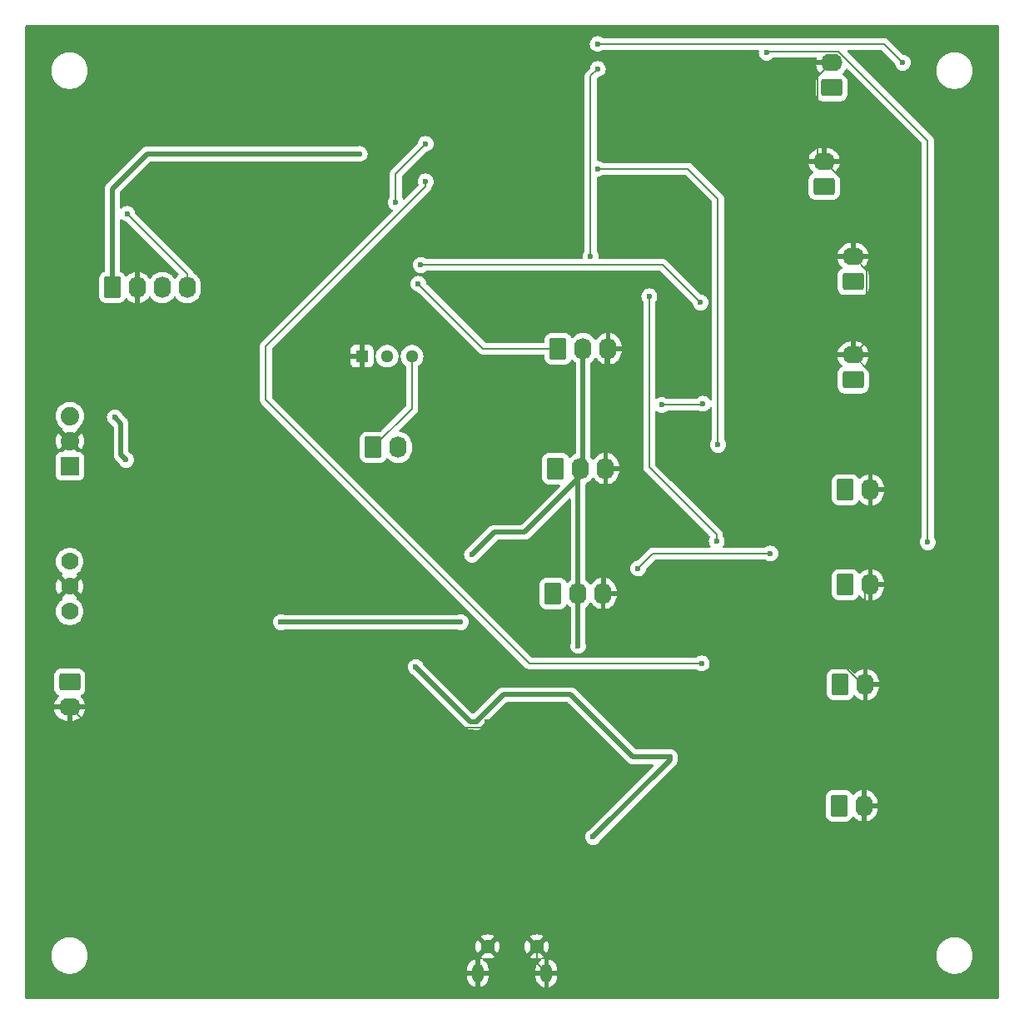
<source format=gbr>
%TF.GenerationSoftware,KiCad,Pcbnew,8.0.8*%
%TF.CreationDate,2025-03-29T16:04:27-05:00*%
%TF.ProjectId,ECE 445 PCBWay Order 4,45434520-3434-4352-9050-434257617920,rev?*%
%TF.SameCoordinates,Original*%
%TF.FileFunction,Copper,L2,Bot*%
%TF.FilePolarity,Positive*%
%FSLAX46Y46*%
G04 Gerber Fmt 4.6, Leading zero omitted, Abs format (unit mm)*
G04 Created by KiCad (PCBNEW 8.0.8) date 2025-03-29 16:04:27*
%MOMM*%
%LPD*%
G01*
G04 APERTURE LIST*
G04 Aperture macros list*
%AMRoundRect*
0 Rectangle with rounded corners*
0 $1 Rounding radius*
0 $2 $3 $4 $5 $6 $7 $8 $9 X,Y pos of 4 corners*
0 Add a 4 corners polygon primitive as box body*
4,1,4,$2,$3,$4,$5,$6,$7,$8,$9,$2,$3,0*
0 Add four circle primitives for the rounded corners*
1,1,$1+$1,$2,$3*
1,1,$1+$1,$4,$5*
1,1,$1+$1,$6,$7*
1,1,$1+$1,$8,$9*
0 Add four rect primitives between the rounded corners*
20,1,$1+$1,$2,$3,$4,$5,0*
20,1,$1+$1,$4,$5,$6,$7,0*
20,1,$1+$1,$6,$7,$8,$9,0*
20,1,$1+$1,$8,$9,$2,$3,0*%
G04 Aperture macros list end*
%TA.AperFunction,ComponentPad*%
%ADD10RoundRect,0.250000X-0.620000X-0.845000X0.620000X-0.845000X0.620000X0.845000X-0.620000X0.845000X0*%
%TD*%
%TA.AperFunction,ComponentPad*%
%ADD11O,1.740000X2.190000*%
%TD*%
%TA.AperFunction,ComponentPad*%
%ADD12C,1.879600*%
%TD*%
%TA.AperFunction,ComponentPad*%
%ADD13R,1.879600X1.879600*%
%TD*%
%TA.AperFunction,ComponentPad*%
%ADD14C,1.778000*%
%TD*%
%TA.AperFunction,HeatsinkPad*%
%ADD15C,0.600000*%
%TD*%
%TA.AperFunction,ComponentPad*%
%ADD16R,1.298000X1.298000*%
%TD*%
%TA.AperFunction,ComponentPad*%
%ADD17C,1.298000*%
%TD*%
%TA.AperFunction,ComponentPad*%
%ADD18RoundRect,0.250000X0.845000X-0.620000X0.845000X0.620000X-0.845000X0.620000X-0.845000X-0.620000X0*%
%TD*%
%TA.AperFunction,ComponentPad*%
%ADD19O,2.190000X1.740000*%
%TD*%
%TA.AperFunction,ComponentPad*%
%ADD20RoundRect,0.250000X-0.845000X0.620000X-0.845000X-0.620000X0.845000X-0.620000X0.845000X0.620000X0*%
%TD*%
%TA.AperFunction,HeatsinkPad*%
%ADD21O,1.200000X1.900000*%
%TD*%
%TA.AperFunction,HeatsinkPad*%
%ADD22C,1.450000*%
%TD*%
%TA.AperFunction,ViaPad*%
%ADD23C,0.600000*%
%TD*%
%TA.AperFunction,Conductor*%
%ADD24C,0.200000*%
%TD*%
%TA.AperFunction,Conductor*%
%ADD25C,0.500000*%
%TD*%
G04 APERTURE END LIST*
D10*
%TO.P,J14,1,Pin_1*%
%TO.N,Net-(J14-Pin_1)*%
X135890000Y-83312000D03*
D11*
%TO.P,J14,2,Pin_2*%
%TO.N,+3.3V*%
X138430000Y-83312000D03*
%TD*%
D12*
%TO.P,U6,3,OUT*%
%TO.N,+3.3V*%
X105029000Y-80137000D03*
%TO.P,U6,2,GND*%
%TO.N,GND*%
X105029000Y-82677000D03*
D13*
%TO.P,U6,1,IN*%
%TO.N,+5V*%
X105029000Y-85217000D03*
%TD*%
D14*
%TO.P,U5,1,INPUT*%
%TO.N,Net-(J3-Pin_1)*%
X105000000Y-100000000D03*
%TO.P,U5,2,GROUND*%
%TO.N,GND*%
X105000000Y-97460000D03*
%TO.P,U5,3,OUTPUT*%
%TO.N,+5V*%
X105000000Y-94920000D03*
%TD*%
D15*
%TO.P,U1,39,GND*%
%TO.N,GND*%
X147060000Y-48041000D03*
X147060000Y-49441000D03*
X147760000Y-47341000D03*
X147760000Y-48741000D03*
X147760000Y-50141000D03*
X148435000Y-48041000D03*
X148435000Y-49441000D03*
X149160000Y-47341000D03*
X149160000Y-48741000D03*
X149160000Y-50141000D03*
X149860000Y-48041000D03*
X149860000Y-49441000D03*
%TD*%
D16*
%TO.P,Q1,1*%
%TO.N,GND*%
X134747000Y-74041000D03*
D17*
%TO.P,Q1,2*%
%TO.N,Net-(Q1-Pad2)*%
X137287000Y-74041000D03*
%TO.P,Q1,3*%
%TO.N,Net-(J14-Pin_1)*%
X139827000Y-74041000D03*
%TD*%
D18*
%TO.P,J15,1,Pin_1*%
%TO.N,Net-(J15-Pin_1)*%
X184678000Y-76454000D03*
D19*
%TO.P,J15,2,Pin_2*%
%TO.N,GND*%
X184678000Y-73914000D03*
%TD*%
D10*
%TO.P,J13,1,Pin_1*%
%TO.N,/Servo Signal 3*%
X154686000Y-73279000D03*
D11*
%TO.P,J13,2,Pin_2*%
%TO.N,+5V*%
X157226000Y-73279000D03*
%TO.P,J13,3,Pin_3*%
%TO.N,GND*%
X159766000Y-73279000D03*
%TD*%
D10*
%TO.P,J12,1,Pin_1*%
%TO.N,/Servo Signal 2*%
X154432000Y-85471000D03*
D11*
%TO.P,J12,2,Pin_2*%
%TO.N,+5V*%
X156972000Y-85471000D03*
%TO.P,J12,3,Pin_3*%
%TO.N,GND*%
X159512000Y-85471000D03*
%TD*%
D10*
%TO.P,J11,1,Pin_1*%
%TO.N,/Servo Signal 1*%
X154178000Y-98171000D03*
D11*
%TO.P,J11,2,Pin_2*%
%TO.N,+5V*%
X156718000Y-98171000D03*
%TO.P,J11,3,Pin_3*%
%TO.N,GND*%
X159258000Y-98171000D03*
%TD*%
D10*
%TO.P,J10,1,Pin_1*%
%TO.N,Net-(J10-Pin_1)*%
X183896000Y-87630000D03*
D11*
%TO.P,J10,2,Pin_2*%
%TO.N,GND*%
X186436000Y-87630000D03*
%TD*%
D10*
%TO.P,J9,1,Pin_1*%
%TO.N,Net-(J9-Pin_1)*%
X183388000Y-107442000D03*
D11*
%TO.P,J9,2,Pin_2*%
%TO.N,GND*%
X185928000Y-107442000D03*
%TD*%
D10*
%TO.P,J8,1,Pin_1*%
%TO.N,Net-(J8-Pin_1)*%
X183896000Y-97282000D03*
D11*
%TO.P,J8,2,Pin_2*%
%TO.N,GND*%
X186436000Y-97282000D03*
%TD*%
D10*
%TO.P,J7,1,Pin_1*%
%TO.N,Net-(J7-Pin_1)*%
X183261000Y-119761000D03*
D11*
%TO.P,J7,2,Pin_2*%
%TO.N,GND*%
X185801000Y-119761000D03*
%TD*%
D18*
%TO.P,J6,1,Pin_1*%
%TO.N,Net-(J6-Pin_1)*%
X182499000Y-46736000D03*
D19*
%TO.P,J6,2,Pin_2*%
%TO.N,GND*%
X182499000Y-44196000D03*
%TD*%
D18*
%TO.P,J5,1,Pin_1*%
%TO.N,Net-(J5-Pin_1)*%
X184678000Y-66454000D03*
D19*
%TO.P,J5,2,Pin_2*%
%TO.N,GND*%
X184678000Y-63914000D03*
%TD*%
D18*
%TO.P,J4,1,Pin_1*%
%TO.N,Net-(J4-Pin_1)*%
X181737000Y-56769000D03*
D19*
%TO.P,J4,2,Pin_2*%
%TO.N,GND*%
X181737000Y-54229000D03*
%TD*%
D20*
%TO.P,J3,1,Pin_1*%
%TO.N,Net-(J3-Pin_1)*%
X105000000Y-107188000D03*
D19*
%TO.P,J3,2,Pin_2*%
%TO.N,GND*%
X105000000Y-109728000D03*
%TD*%
D21*
%TO.P,J2,6,Shield*%
%TO.N,GND*%
X146500000Y-136779000D03*
D22*
X147500000Y-134079000D03*
X152500000Y-134079000D03*
D21*
X153500000Y-136779000D03*
%TD*%
D10*
%TO.P,J1,1,Pin_1*%
%TO.N,+3.3V*%
X109347000Y-67056000D03*
D11*
%TO.P,J1,2,Pin_2*%
%TO.N,GND*%
X111887000Y-67056000D03*
%TO.P,J1,3,Pin_3*%
%TO.N,/Signal +*%
X114427000Y-67056000D03*
%TO.P,J1,4,Pin_4*%
%TO.N,/Singal -*%
X116967000Y-67056000D03*
%TD*%
D23*
%TO.N,/Servo Signal 2*%
X189738000Y-44196000D03*
X158710000Y-42291000D03*
X169418000Y-78867000D03*
X165227000Y-78994000D03*
%TO.N,/Servo Signal 1*%
X162814000Y-95631000D03*
X192278000Y-92964000D03*
X175895000Y-43180000D03*
X176276000Y-94107000D03*
%TO.N,+5V*%
X144780000Y-101092000D03*
X145923000Y-94234000D03*
X126492000Y-101092000D03*
%TO.N,+3.3V*%
X140208000Y-105664000D03*
X110744000Y-84582000D03*
X109601000Y-80264000D03*
%TO.N,GND*%
X147447000Y-111252000D03*
%TO.N,+3.3V*%
X146312000Y-111252000D03*
X158242000Y-122936000D03*
X166048500Y-114797000D03*
%TO.N,/TXD0*%
X157988000Y-63881000D03*
X158710000Y-44831000D03*
%TO.N,+5V*%
X156718000Y-103505000D03*
%TO.N,/Container 2 LED*%
X141210000Y-56261000D03*
X169291000Y-105283000D03*
%TO.N,/Container 1 LED*%
X163957000Y-67945000D03*
X170815000Y-92837000D03*
%TO.N,/Container 3 LED*%
X170942000Y-83058000D03*
X158710000Y-54991000D03*
%TO.N,/Servo Signal 3*%
X138176000Y-58420000D03*
X140462000Y-66675000D03*
X141210000Y-52451000D03*
%TO.N,/Bluetooth LED*%
X140716000Y-64770000D03*
X169164000Y-68580000D03*
%TO.N,GND*%
X144250000Y-58781000D03*
%TO.N,+3.3V*%
X134501000Y-53467000D03*
%TO.N,/Singal -*%
X110871000Y-59563000D03*
%TD*%
D24*
%TO.N,/Servo Signal 2*%
X169291000Y-78994000D02*
X169418000Y-78867000D01*
X165227000Y-78994000D02*
X169291000Y-78994000D01*
X189738000Y-44196000D02*
X187833000Y-42291000D01*
X187833000Y-42291000D02*
X158710000Y-42291000D01*
%TO.N,/Servo Signal 1*%
X176276000Y-94107000D02*
X164338000Y-94107000D01*
X192278000Y-52095370D02*
X192278000Y-92964000D01*
X183208630Y-43026000D02*
X192278000Y-52095370D01*
X175895000Y-43180000D02*
X176049000Y-43026000D01*
X176049000Y-43026000D02*
X183208630Y-43026000D01*
X164338000Y-94107000D02*
X162814000Y-95631000D01*
D25*
%TO.N,+3.3V*%
X109347000Y-67056000D02*
X109347000Y-57023000D01*
X109347000Y-57023000D02*
X112903000Y-53467000D01*
X112903000Y-53467000D02*
X134501000Y-53467000D01*
%TO.N,+5V*%
X148209000Y-91948000D02*
X151257000Y-91948000D01*
X145923000Y-94234000D02*
X148209000Y-91948000D01*
X156972000Y-86233000D02*
X156972000Y-85471000D01*
X126492000Y-101092000D02*
X144780000Y-101092000D01*
X151257000Y-91948000D02*
X156972000Y-86233000D01*
%TO.N,+3.3V*%
X145796000Y-111252000D02*
X146312000Y-111252000D01*
X140208000Y-105664000D02*
X145796000Y-111252000D01*
X109601000Y-80264000D02*
X110236000Y-80899000D01*
X110236000Y-80899000D02*
X110236000Y-84074000D01*
X110236000Y-84074000D02*
X110744000Y-84582000D01*
D24*
%TO.N,GND*%
X105000000Y-109728000D02*
X107124000Y-111852000D01*
X146847000Y-111852000D02*
X147447000Y-111252000D01*
X107124000Y-111852000D02*
X146847000Y-111852000D01*
D25*
%TO.N,+3.3V*%
X162295000Y-114797000D02*
X155956000Y-108458000D01*
X166048500Y-114797000D02*
X162295000Y-114797000D01*
X155956000Y-108458000D02*
X149106000Y-108458000D01*
X149106000Y-108458000D02*
X146312000Y-111252000D01*
X158242000Y-122936000D02*
X166048500Y-115129500D01*
X166048500Y-115129500D02*
X166048500Y-114797000D01*
D24*
%TO.N,/TXD0*%
X157988000Y-63881000D02*
X157988000Y-45553000D01*
X157988000Y-45553000D02*
X158710000Y-44831000D01*
%TO.N,GND*%
X159258000Y-98171000D02*
X176366744Y-98171000D01*
X176366744Y-98171000D02*
X185637744Y-107442000D01*
X185637744Y-107442000D02*
X185928000Y-107442000D01*
X159512000Y-85471000D02*
X159512000Y-73533000D01*
X159512000Y-73533000D02*
X159766000Y-73279000D01*
X159512000Y-85471000D02*
X159512000Y-97917000D01*
X159512000Y-97917000D02*
X159258000Y-98171000D01*
D25*
%TO.N,+5V*%
X156718000Y-98171000D02*
X156718000Y-103505000D01*
X156972000Y-85471000D02*
X156972000Y-85598000D01*
X156972000Y-85598000D02*
X156718000Y-85852000D01*
X156718000Y-85852000D02*
X156718000Y-98171000D01*
X157226000Y-73279000D02*
X157226000Y-85217000D01*
X157226000Y-85217000D02*
X156972000Y-85471000D01*
D24*
%TO.N,/Container 2 LED*%
X124968000Y-78486000D02*
X124968000Y-73025000D01*
X141210000Y-56783000D02*
X141210000Y-56261000D01*
X124968000Y-73025000D02*
X141210000Y-56783000D01*
X169291000Y-105283000D02*
X151765000Y-105283000D01*
X151765000Y-105283000D02*
X124968000Y-78486000D01*
%TO.N,/Container 1 LED*%
X170815000Y-92837000D02*
X170815000Y-92202000D01*
X163957000Y-85344000D02*
X163957000Y-67945000D01*
X170815000Y-92202000D02*
X163957000Y-85344000D01*
%TO.N,/Container 3 LED*%
X170942000Y-58039000D02*
X167894000Y-54991000D01*
X170942000Y-83058000D02*
X170942000Y-58039000D01*
X167894000Y-54991000D02*
X158710000Y-54991000D01*
%TO.N,GND*%
X186436000Y-87630000D02*
X186436000Y-75672000D01*
X186436000Y-75672000D02*
X184678000Y-73914000D01*
X186436000Y-97282000D02*
X186436000Y-87630000D01*
X185928000Y-107442000D02*
X185928000Y-97790000D01*
X185928000Y-97790000D02*
X186436000Y-97282000D01*
X185801000Y-119761000D02*
X185801000Y-107569000D01*
X185801000Y-107569000D02*
X185928000Y-107442000D01*
%TO.N,/Servo Signal 3*%
X138176000Y-55485000D02*
X141210000Y-52451000D01*
X154686000Y-73279000D02*
X147066000Y-73279000D01*
X138176000Y-58420000D02*
X138176000Y-55485000D01*
X147066000Y-73279000D02*
X140462000Y-66675000D01*
%TO.N,/Bluetooth LED*%
X165354000Y-64770000D02*
X140716000Y-64770000D01*
X169164000Y-68580000D02*
X165354000Y-64770000D01*
%TO.N,GND*%
X184678000Y-63914000D02*
X186073000Y-65309000D01*
X186073000Y-72519000D02*
X184678000Y-73914000D01*
X186073000Y-65309000D02*
X186073000Y-72519000D01*
X184678000Y-63914000D02*
X184678000Y-57170000D01*
X184678000Y-57170000D02*
X181737000Y-54229000D01*
X181737000Y-54229000D02*
X181104000Y-53596000D01*
X181104000Y-45591000D02*
X182499000Y-44196000D01*
X181104000Y-53596000D02*
X181104000Y-45591000D01*
X134747000Y-74041000D02*
X134747000Y-68284000D01*
X134747000Y-68284000D02*
X144250000Y-58781000D01*
%TO.N,Net-(J14-Pin_1)*%
X139827000Y-74041000D02*
X139827000Y-79375000D01*
X139827000Y-79375000D02*
X135890000Y-83312000D01*
%TO.N,GND*%
X146500000Y-136779000D02*
X146500000Y-135079000D01*
X146500000Y-135079000D02*
X147500000Y-134079000D01*
X152500000Y-134079000D02*
X152500000Y-135779000D01*
X152500000Y-135779000D02*
X153500000Y-136779000D01*
%TO.N,/Singal -*%
X116967000Y-65659000D02*
X110871000Y-59563000D01*
X116967000Y-67056000D02*
X116967000Y-65659000D01*
%TD*%
%TA.AperFunction,Conductor*%
%TO.N,GND*%
G36*
X110302703Y-60127227D02*
G01*
X110309181Y-60133259D01*
X110368738Y-60192816D01*
X110521478Y-60288789D01*
X110691745Y-60348368D01*
X110778669Y-60358161D01*
X110843080Y-60385226D01*
X110852465Y-60393700D01*
X116071611Y-65612846D01*
X116105096Y-65674169D01*
X116100112Y-65743861D01*
X116071612Y-65788208D01*
X115921640Y-65938180D01*
X115797318Y-66109294D01*
X115741988Y-66151959D01*
X115672374Y-66157938D01*
X115610579Y-66125332D01*
X115596682Y-66109294D01*
X115574435Y-66078674D01*
X115472359Y-65938179D01*
X115319821Y-65785641D01*
X115145299Y-65658843D01*
X114953089Y-65560908D01*
X114747926Y-65494246D01*
X114747924Y-65494245D01*
X114747922Y-65494245D01*
X114534866Y-65460500D01*
X114534861Y-65460500D01*
X114319139Y-65460500D01*
X114319134Y-65460500D01*
X114106077Y-65494245D01*
X113900908Y-65560909D01*
X113708700Y-65658843D01*
X113632773Y-65714008D01*
X113534179Y-65785641D01*
X113534177Y-65785643D01*
X113534176Y-65785643D01*
X113381642Y-65938177D01*
X113257008Y-66109720D01*
X113201677Y-66152385D01*
X113132064Y-66158364D01*
X113070269Y-66125758D01*
X113056372Y-66109720D01*
X112931974Y-65938503D01*
X112931974Y-65938502D01*
X112779497Y-65786025D01*
X112605036Y-65659271D01*
X112412899Y-65561372D01*
X112207805Y-65494733D01*
X112137000Y-65483518D01*
X112137000Y-66513290D01*
X112116661Y-66501548D01*
X111965333Y-66461000D01*
X111808667Y-66461000D01*
X111657339Y-66501548D01*
X111637000Y-66513290D01*
X111637000Y-65483518D01*
X111636999Y-65483518D01*
X111566194Y-65494733D01*
X111361100Y-65561372D01*
X111168963Y-65659271D01*
X110994506Y-65786022D01*
X110852420Y-65928108D01*
X110791097Y-65961592D01*
X110721405Y-65956608D01*
X110665472Y-65914736D01*
X110652356Y-65892828D01*
X110651816Y-65891670D01*
X110650559Y-65889632D01*
X110559712Y-65742344D01*
X110435656Y-65618288D01*
X110342628Y-65560908D01*
X110286336Y-65526187D01*
X110286335Y-65526186D01*
X110286334Y-65526186D01*
X110182495Y-65491777D01*
X110125051Y-65452004D01*
X110098228Y-65387488D01*
X110097500Y-65374071D01*
X110097500Y-60220940D01*
X110117185Y-60153901D01*
X110169989Y-60108146D01*
X110239147Y-60098202D01*
X110302703Y-60127227D01*
G37*
%TD.AperFunction*%
%TA.AperFunction,Conductor*%
G36*
X199442539Y-40395185D02*
G01*
X199488294Y-40447989D01*
X199499500Y-40499500D01*
X199499500Y-139250500D01*
X199479815Y-139317539D01*
X199427011Y-139363294D01*
X199375500Y-139374500D01*
X100624500Y-139374500D01*
X100557461Y-139354815D01*
X100511706Y-139302011D01*
X100500500Y-139250500D01*
X100500500Y-134878711D01*
X103149500Y-134878711D01*
X103149500Y-135121288D01*
X103181161Y-135361785D01*
X103243947Y-135596104D01*
X103336773Y-135820205D01*
X103336776Y-135820212D01*
X103458064Y-136030289D01*
X103458066Y-136030292D01*
X103458067Y-136030293D01*
X103605733Y-136222736D01*
X103605739Y-136222743D01*
X103777256Y-136394260D01*
X103777262Y-136394265D01*
X103969711Y-136541936D01*
X104179788Y-136663224D01*
X104403900Y-136756054D01*
X104638211Y-136818838D01*
X104818586Y-136842584D01*
X104878711Y-136850500D01*
X104878712Y-136850500D01*
X105121289Y-136850500D01*
X105169388Y-136844167D01*
X105361789Y-136818838D01*
X105596100Y-136756054D01*
X105820212Y-136663224D01*
X106030289Y-136541936D01*
X106222738Y-136394265D01*
X106274575Y-136342428D01*
X145400000Y-136342428D01*
X145400000Y-136529000D01*
X146200000Y-136529000D01*
X146200000Y-137029000D01*
X145400000Y-137029000D01*
X145400000Y-137215571D01*
X145427085Y-137386584D01*
X145480591Y-137551257D01*
X145559195Y-137705524D01*
X145660967Y-137845602D01*
X145783397Y-137968032D01*
X145923475Y-138069804D01*
X146077744Y-138148408D01*
X146242415Y-138201914D01*
X146242414Y-138201914D01*
X146249999Y-138203115D01*
X146250000Y-138203114D01*
X146250000Y-137295988D01*
X146259940Y-137313205D01*
X146315795Y-137369060D01*
X146384204Y-137408556D01*
X146460504Y-137429000D01*
X146539496Y-137429000D01*
X146615796Y-137408556D01*
X146684205Y-137369060D01*
X146740060Y-137313205D01*
X146750000Y-137295988D01*
X146750000Y-138203115D01*
X146757584Y-138201914D01*
X146922255Y-138148408D01*
X147076524Y-138069804D01*
X147216602Y-137968032D01*
X147339032Y-137845602D01*
X147440804Y-137705524D01*
X147519408Y-137551257D01*
X147572914Y-137386584D01*
X147600000Y-137215571D01*
X147600000Y-137029000D01*
X146800000Y-137029000D01*
X146800000Y-136529000D01*
X147600000Y-136529000D01*
X147600000Y-136342428D01*
X147572914Y-136171415D01*
X147519408Y-136006742D01*
X147440804Y-135852475D01*
X147339032Y-135712397D01*
X147216602Y-135589967D01*
X147076522Y-135488194D01*
X147074414Y-135487120D01*
X147073755Y-135486498D01*
X147072373Y-135485651D01*
X147072551Y-135485360D01*
X147023619Y-135439146D01*
X147006824Y-135371325D01*
X147029362Y-135305190D01*
X147084077Y-135261739D01*
X147153598Y-135254767D01*
X147162804Y-135256861D01*
X147286465Y-135289996D01*
X147286472Y-135289997D01*
X147499999Y-135308679D01*
X147500001Y-135308679D01*
X147713527Y-135289997D01*
X147713537Y-135289995D01*
X147920567Y-135234522D01*
X147920576Y-135234518D01*
X148114839Y-135143933D01*
X148171621Y-135104173D01*
X147568173Y-134500725D01*
X147664044Y-134475037D01*
X147760956Y-134419084D01*
X147840084Y-134339956D01*
X147896037Y-134243044D01*
X147921725Y-134147172D01*
X148525173Y-134750621D01*
X148564933Y-134693839D01*
X148655518Y-134499576D01*
X148655522Y-134499567D01*
X148710995Y-134292537D01*
X148710997Y-134292527D01*
X148729679Y-134079000D01*
X148729679Y-134078999D01*
X151270321Y-134078999D01*
X151270321Y-134079000D01*
X151289002Y-134292527D01*
X151289004Y-134292537D01*
X151344477Y-134499567D01*
X151344481Y-134499576D01*
X151435066Y-134693838D01*
X151435067Y-134693840D01*
X151474825Y-134750620D01*
X151474825Y-134750621D01*
X152078274Y-134147171D01*
X152103963Y-134243044D01*
X152159916Y-134339956D01*
X152239044Y-134419084D01*
X152335956Y-134475037D01*
X152431827Y-134500725D01*
X151828377Y-135104173D01*
X151885161Y-135143933D01*
X152079423Y-135234518D01*
X152079432Y-135234522D01*
X152286462Y-135289995D01*
X152286472Y-135289997D01*
X152499999Y-135308679D01*
X152500001Y-135308679D01*
X152713527Y-135289997D01*
X152713533Y-135289996D01*
X152837195Y-135256861D01*
X152907045Y-135258524D01*
X152964908Y-135297686D01*
X152992412Y-135361915D01*
X152980826Y-135430817D01*
X152933827Y-135482517D01*
X152925591Y-135487117D01*
X152923479Y-135488193D01*
X152783397Y-135589967D01*
X152660967Y-135712397D01*
X152559195Y-135852475D01*
X152480591Y-136006742D01*
X152427085Y-136171415D01*
X152400000Y-136342428D01*
X152400000Y-136529000D01*
X153200000Y-136529000D01*
X153200000Y-137029000D01*
X152400000Y-137029000D01*
X152400000Y-137215571D01*
X152427085Y-137386584D01*
X152480591Y-137551257D01*
X152559195Y-137705524D01*
X152660967Y-137845602D01*
X152783397Y-137968032D01*
X152923475Y-138069804D01*
X153077744Y-138148408D01*
X153242415Y-138201914D01*
X153242414Y-138201914D01*
X153249999Y-138203115D01*
X153250000Y-138203114D01*
X153250000Y-137295988D01*
X153259940Y-137313205D01*
X153315795Y-137369060D01*
X153384204Y-137408556D01*
X153460504Y-137429000D01*
X153539496Y-137429000D01*
X153615796Y-137408556D01*
X153684205Y-137369060D01*
X153740060Y-137313205D01*
X153750000Y-137295988D01*
X153750000Y-138203115D01*
X153757584Y-138201914D01*
X153922255Y-138148408D01*
X154076524Y-138069804D01*
X154216602Y-137968032D01*
X154339032Y-137845602D01*
X154440804Y-137705524D01*
X154519408Y-137551257D01*
X154572914Y-137386584D01*
X154600000Y-137215571D01*
X154600000Y-137029000D01*
X153800000Y-137029000D01*
X153800000Y-136529000D01*
X154600000Y-136529000D01*
X154600000Y-136342428D01*
X154572914Y-136171415D01*
X154519408Y-136006742D01*
X154440804Y-135852475D01*
X154339032Y-135712397D01*
X154216602Y-135589967D01*
X154076524Y-135488195D01*
X153922257Y-135409591D01*
X153757589Y-135356087D01*
X153757581Y-135356085D01*
X153750000Y-135354884D01*
X153750000Y-136262011D01*
X153740060Y-136244795D01*
X153684205Y-136188940D01*
X153615796Y-136149444D01*
X153539496Y-136129000D01*
X153460504Y-136129000D01*
X153384204Y-136149444D01*
X153315795Y-136188940D01*
X153259940Y-136244795D01*
X153250000Y-136262011D01*
X153250000Y-135354884D01*
X153249999Y-135354884D01*
X153242418Y-135356085D01*
X153242407Y-135356088D01*
X153228169Y-135360714D01*
X153158328Y-135362706D01*
X153098497Y-135326623D01*
X153067671Y-135263921D01*
X153075639Y-135194507D01*
X153118733Y-135141206D01*
X153171621Y-135104173D01*
X152946159Y-134878711D01*
X193149500Y-134878711D01*
X193149500Y-135121288D01*
X193181161Y-135361785D01*
X193243947Y-135596104D01*
X193336773Y-135820205D01*
X193336776Y-135820212D01*
X193458064Y-136030289D01*
X193458066Y-136030292D01*
X193458067Y-136030293D01*
X193605733Y-136222736D01*
X193605739Y-136222743D01*
X193777256Y-136394260D01*
X193777262Y-136394265D01*
X193969711Y-136541936D01*
X194179788Y-136663224D01*
X194403900Y-136756054D01*
X194638211Y-136818838D01*
X194818586Y-136842584D01*
X194878711Y-136850500D01*
X194878712Y-136850500D01*
X195121289Y-136850500D01*
X195169388Y-136844167D01*
X195361789Y-136818838D01*
X195596100Y-136756054D01*
X195820212Y-136663224D01*
X196030289Y-136541936D01*
X196222738Y-136394265D01*
X196394265Y-136222738D01*
X196541936Y-136030289D01*
X196663224Y-135820212D01*
X196756054Y-135596100D01*
X196818838Y-135361789D01*
X196850500Y-135121288D01*
X196850500Y-134878712D01*
X196818838Y-134638211D01*
X196756054Y-134403900D01*
X196663224Y-134179788D01*
X196541936Y-133969711D01*
X196394265Y-133777262D01*
X196394260Y-133777256D01*
X196222743Y-133605739D01*
X196222736Y-133605733D01*
X196030293Y-133458067D01*
X196030292Y-133458066D01*
X196030289Y-133458064D01*
X195820212Y-133336776D01*
X195820205Y-133336773D01*
X195596104Y-133243947D01*
X195361785Y-133181161D01*
X195121289Y-133149500D01*
X195121288Y-133149500D01*
X194878712Y-133149500D01*
X194878711Y-133149500D01*
X194638214Y-133181161D01*
X194403895Y-133243947D01*
X194179794Y-133336773D01*
X194179785Y-133336777D01*
X193969706Y-133458067D01*
X193777263Y-133605733D01*
X193777256Y-133605739D01*
X193605739Y-133777256D01*
X193605733Y-133777263D01*
X193458067Y-133969706D01*
X193336777Y-134179785D01*
X193336773Y-134179794D01*
X193243947Y-134403895D01*
X193181161Y-134638214D01*
X193149500Y-134878711D01*
X152946159Y-134878711D01*
X152568173Y-134500725D01*
X152664044Y-134475037D01*
X152760956Y-134419084D01*
X152840084Y-134339956D01*
X152896037Y-134243044D01*
X152921725Y-134147172D01*
X153525173Y-134750621D01*
X153564933Y-134693839D01*
X153655518Y-134499576D01*
X153655522Y-134499567D01*
X153710995Y-134292537D01*
X153710997Y-134292527D01*
X153729679Y-134079000D01*
X153729679Y-134078999D01*
X153710997Y-133865472D01*
X153710995Y-133865462D01*
X153655522Y-133658432D01*
X153655518Y-133658423D01*
X153564933Y-133464162D01*
X153525173Y-133407378D01*
X152921725Y-134010826D01*
X152896037Y-133914956D01*
X152840084Y-133818044D01*
X152760956Y-133738916D01*
X152664044Y-133682963D01*
X152568171Y-133657274D01*
X153171621Y-133053825D01*
X153114840Y-133014067D01*
X153114838Y-133014066D01*
X152920576Y-132923481D01*
X152920567Y-132923477D01*
X152713537Y-132868004D01*
X152713527Y-132868002D01*
X152500001Y-132849321D01*
X152499999Y-132849321D01*
X152286472Y-132868002D01*
X152286462Y-132868004D01*
X152079432Y-132923477D01*
X152079423Y-132923481D01*
X151885158Y-133014068D01*
X151828378Y-133053824D01*
X152431828Y-133657274D01*
X152335956Y-133682963D01*
X152239044Y-133738916D01*
X152159916Y-133818044D01*
X152103963Y-133914956D01*
X152078274Y-134010828D01*
X151474824Y-133407378D01*
X151435068Y-133464158D01*
X151344481Y-133658423D01*
X151344477Y-133658432D01*
X151289004Y-133865462D01*
X151289002Y-133865472D01*
X151270321Y-134078999D01*
X148729679Y-134078999D01*
X148710997Y-133865472D01*
X148710995Y-133865462D01*
X148655522Y-133658432D01*
X148655518Y-133658423D01*
X148564933Y-133464162D01*
X148525173Y-133407378D01*
X147921725Y-134010826D01*
X147896037Y-133914956D01*
X147840084Y-133818044D01*
X147760956Y-133738916D01*
X147664044Y-133682963D01*
X147568171Y-133657274D01*
X148171621Y-133053825D01*
X148114840Y-133014067D01*
X148114838Y-133014066D01*
X147920576Y-132923481D01*
X147920567Y-132923477D01*
X147713537Y-132868004D01*
X147713527Y-132868002D01*
X147500001Y-132849321D01*
X147499999Y-132849321D01*
X147286472Y-132868002D01*
X147286462Y-132868004D01*
X147079432Y-132923477D01*
X147079423Y-132923481D01*
X146885158Y-133014068D01*
X146828378Y-133053824D01*
X147431828Y-133657274D01*
X147335956Y-133682963D01*
X147239044Y-133738916D01*
X147159916Y-133818044D01*
X147103963Y-133914956D01*
X147078274Y-134010828D01*
X146474824Y-133407378D01*
X146435068Y-133464158D01*
X146344481Y-133658423D01*
X146344477Y-133658432D01*
X146289004Y-133865462D01*
X146289002Y-133865472D01*
X146270321Y-134078999D01*
X146270321Y-134079000D01*
X146289002Y-134292527D01*
X146289004Y-134292537D01*
X146344477Y-134499567D01*
X146344481Y-134499576D01*
X146435066Y-134693838D01*
X146435067Y-134693840D01*
X146474825Y-134750620D01*
X146474825Y-134750621D01*
X147078274Y-134147171D01*
X147103963Y-134243044D01*
X147159916Y-134339956D01*
X147239044Y-134419084D01*
X147335956Y-134475037D01*
X147431827Y-134500725D01*
X146828377Y-135104173D01*
X146828377Y-135104174D01*
X146881267Y-135141207D01*
X146924892Y-135195783D01*
X146932086Y-135265281D01*
X146900564Y-135327636D01*
X146840334Y-135363051D01*
X146771825Y-135360713D01*
X146757589Y-135356087D01*
X146757581Y-135356085D01*
X146750000Y-135354884D01*
X146750000Y-136262011D01*
X146740060Y-136244795D01*
X146684205Y-136188940D01*
X146615796Y-136149444D01*
X146539496Y-136129000D01*
X146460504Y-136129000D01*
X146384204Y-136149444D01*
X146315795Y-136188940D01*
X146259940Y-136244795D01*
X146250000Y-136262011D01*
X146250000Y-135354884D01*
X146249999Y-135354884D01*
X146242418Y-135356085D01*
X146242410Y-135356087D01*
X146077742Y-135409591D01*
X145923475Y-135488195D01*
X145783397Y-135589967D01*
X145660967Y-135712397D01*
X145559195Y-135852475D01*
X145480591Y-136006742D01*
X145427085Y-136171415D01*
X145400000Y-136342428D01*
X106274575Y-136342428D01*
X106394265Y-136222738D01*
X106541936Y-136030289D01*
X106663224Y-135820212D01*
X106756054Y-135596100D01*
X106818838Y-135361789D01*
X106850500Y-135121288D01*
X106850500Y-134878712D01*
X106818838Y-134638211D01*
X106756054Y-134403900D01*
X106663224Y-134179788D01*
X106541936Y-133969711D01*
X106394265Y-133777262D01*
X106394260Y-133777256D01*
X106222743Y-133605739D01*
X106222736Y-133605733D01*
X106030293Y-133458067D01*
X106030292Y-133458066D01*
X106030289Y-133458064D01*
X105820212Y-133336776D01*
X105820205Y-133336773D01*
X105596104Y-133243947D01*
X105361785Y-133181161D01*
X105121289Y-133149500D01*
X105121288Y-133149500D01*
X104878712Y-133149500D01*
X104878711Y-133149500D01*
X104638214Y-133181161D01*
X104403895Y-133243947D01*
X104179794Y-133336773D01*
X104179785Y-133336777D01*
X103969706Y-133458067D01*
X103777263Y-133605733D01*
X103777256Y-133605739D01*
X103605739Y-133777256D01*
X103605733Y-133777263D01*
X103458067Y-133969706D01*
X103336777Y-134179785D01*
X103336773Y-134179794D01*
X103243947Y-134403895D01*
X103181161Y-134638214D01*
X103149500Y-134878711D01*
X100500500Y-134878711D01*
X100500500Y-106517983D01*
X103404500Y-106517983D01*
X103404500Y-107858001D01*
X103404501Y-107858018D01*
X103415000Y-107960796D01*
X103415001Y-107960799D01*
X103440252Y-108037000D01*
X103470186Y-108127334D01*
X103562288Y-108276656D01*
X103686344Y-108400712D01*
X103835666Y-108492814D01*
X103835667Y-108492814D01*
X103835670Y-108492816D01*
X103836828Y-108493356D01*
X103837488Y-108493937D01*
X103841813Y-108496605D01*
X103841357Y-108497343D01*
X103889268Y-108539527D01*
X103908422Y-108606720D01*
X103888208Y-108673601D01*
X103872108Y-108693420D01*
X103730022Y-108835506D01*
X103603271Y-109009963D01*
X103505372Y-109202098D01*
X103438733Y-109407190D01*
X103427519Y-109478000D01*
X104457291Y-109478000D01*
X104445548Y-109498339D01*
X104405000Y-109649667D01*
X104405000Y-109806333D01*
X104445548Y-109957661D01*
X104457291Y-109978000D01*
X103427519Y-109978000D01*
X103438733Y-110048809D01*
X103505372Y-110253901D01*
X103603271Y-110446036D01*
X103730025Y-110620496D01*
X103730025Y-110620497D01*
X103882502Y-110772974D01*
X104056963Y-110899728D01*
X104249098Y-110997627D01*
X104454190Y-111064265D01*
X104667180Y-111098000D01*
X104750000Y-111098000D01*
X104750000Y-110270709D01*
X104770339Y-110282452D01*
X104921667Y-110323000D01*
X105078333Y-110323000D01*
X105229661Y-110282452D01*
X105250000Y-110270709D01*
X105250000Y-111098000D01*
X105332820Y-111098000D01*
X105545809Y-111064265D01*
X105750901Y-110997627D01*
X105943036Y-110899728D01*
X106117496Y-110772974D01*
X106117497Y-110772974D01*
X106269974Y-110620497D01*
X106269974Y-110620496D01*
X106396728Y-110446036D01*
X106494627Y-110253901D01*
X106561266Y-110048809D01*
X106572481Y-109978000D01*
X105542709Y-109978000D01*
X105554452Y-109957661D01*
X105595000Y-109806333D01*
X105595000Y-109649667D01*
X105554452Y-109498339D01*
X105542709Y-109478000D01*
X106572481Y-109478000D01*
X106561266Y-109407190D01*
X106494627Y-109202098D01*
X106396728Y-109009963D01*
X106269974Y-108835503D01*
X106269974Y-108835502D01*
X106127892Y-108693420D01*
X106094407Y-108632097D01*
X106099391Y-108562405D01*
X106141263Y-108506472D01*
X106163177Y-108493353D01*
X106164323Y-108492817D01*
X106164334Y-108492814D01*
X106313656Y-108400712D01*
X106437712Y-108276656D01*
X106529814Y-108127334D01*
X106584999Y-107960797D01*
X106595500Y-107858009D01*
X106595499Y-106517992D01*
X106587961Y-106444204D01*
X106584999Y-106415203D01*
X106584998Y-106415200D01*
X106554944Y-106324503D01*
X106529814Y-106248666D01*
X106437712Y-106099344D01*
X106313656Y-105975288D01*
X106211349Y-105912185D01*
X106164336Y-105883187D01*
X106164331Y-105883185D01*
X106156931Y-105880733D01*
X105997797Y-105828001D01*
X105997795Y-105828000D01*
X105895010Y-105817500D01*
X104104998Y-105817500D01*
X104104981Y-105817501D01*
X104002203Y-105828000D01*
X104002200Y-105828001D01*
X103835668Y-105883185D01*
X103835663Y-105883187D01*
X103686342Y-105975289D01*
X103562289Y-106099342D01*
X103470187Y-106248663D01*
X103470185Y-106248668D01*
X103460575Y-106277670D01*
X103415001Y-106415203D01*
X103415001Y-106415204D01*
X103415000Y-106415204D01*
X103404500Y-106517983D01*
X100500500Y-106517983D01*
X100500500Y-105663996D01*
X139402435Y-105663996D01*
X139402435Y-105664003D01*
X139422630Y-105843249D01*
X139422631Y-105843254D01*
X139482211Y-106013523D01*
X139578184Y-106166262D01*
X139705738Y-106293816D01*
X139754576Y-106324503D01*
X139858478Y-106389789D01*
X139864754Y-106392811D01*
X139863867Y-106394651D01*
X139899940Y-106417307D01*
X145317580Y-111834948D01*
X145317584Y-111834951D01*
X145440498Y-111917080D01*
X145440511Y-111917087D01*
X145577082Y-111973656D01*
X145577087Y-111973658D01*
X145577091Y-111973658D01*
X145577092Y-111973659D01*
X145722079Y-112002500D01*
X145722082Y-112002500D01*
X145869917Y-112002500D01*
X146012028Y-112002500D01*
X146052983Y-112009458D01*
X146132745Y-112037368D01*
X146132750Y-112037369D01*
X146311996Y-112057565D01*
X146312000Y-112057565D01*
X146312004Y-112057565D01*
X146491249Y-112037369D01*
X146491252Y-112037368D01*
X146491255Y-112037368D01*
X146661522Y-111977789D01*
X146814262Y-111881816D01*
X146941816Y-111754262D01*
X147037789Y-111601522D01*
X147037790Y-111601518D01*
X147040811Y-111595246D01*
X147042655Y-111596134D01*
X147065305Y-111560061D01*
X149380549Y-109244819D01*
X149441872Y-109211334D01*
X149468230Y-109208500D01*
X155593770Y-109208500D01*
X155660809Y-109228185D01*
X155681451Y-109244819D01*
X161816586Y-115379954D01*
X161844639Y-115398697D01*
X161886723Y-115426816D01*
X161939505Y-115462084D01*
X161939507Y-115462085D01*
X161939511Y-115462087D01*
X162076082Y-115518656D01*
X162076087Y-115518658D01*
X162076091Y-115518658D01*
X162076092Y-115518659D01*
X162221079Y-115547500D01*
X162221082Y-115547500D01*
X162221083Y-115547500D01*
X162368918Y-115547500D01*
X164269771Y-115547500D01*
X164336810Y-115567185D01*
X164382565Y-115619989D01*
X164392509Y-115689147D01*
X164363484Y-115752703D01*
X164357452Y-115759181D01*
X157933939Y-122182692D01*
X157897872Y-122205359D01*
X157898753Y-122207188D01*
X157892483Y-122210207D01*
X157739737Y-122306184D01*
X157612184Y-122433737D01*
X157516211Y-122586476D01*
X157456631Y-122756745D01*
X157456630Y-122756750D01*
X157436435Y-122935996D01*
X157436435Y-122936003D01*
X157456630Y-123115249D01*
X157456631Y-123115254D01*
X157516211Y-123285523D01*
X157612184Y-123438262D01*
X157739738Y-123565816D01*
X157892478Y-123661789D01*
X158062745Y-123721368D01*
X158062750Y-123721369D01*
X158241996Y-123741565D01*
X158242000Y-123741565D01*
X158242004Y-123741565D01*
X158421249Y-123721369D01*
X158421252Y-123721368D01*
X158421255Y-123721368D01*
X158591522Y-123661789D01*
X158744262Y-123565816D01*
X158871816Y-123438262D01*
X158967789Y-123285522D01*
X158967790Y-123285520D01*
X158970812Y-123279245D01*
X158972652Y-123280131D01*
X158995307Y-123244058D01*
X163373383Y-118865983D01*
X181890500Y-118865983D01*
X181890500Y-120656001D01*
X181890501Y-120656018D01*
X181901000Y-120758796D01*
X181901001Y-120758799D01*
X181938774Y-120872788D01*
X181956186Y-120925334D01*
X182048288Y-121074656D01*
X182172344Y-121198712D01*
X182321666Y-121290814D01*
X182488203Y-121345999D01*
X182590991Y-121356500D01*
X183931008Y-121356499D01*
X184033797Y-121345999D01*
X184200334Y-121290814D01*
X184349656Y-121198712D01*
X184473712Y-121074656D01*
X184565814Y-120925334D01*
X184565817Y-120925323D01*
X184566353Y-120924177D01*
X184566934Y-120923516D01*
X184569605Y-120919187D01*
X184570344Y-120919643D01*
X184612521Y-120871734D01*
X184679713Y-120852577D01*
X184746596Y-120872788D01*
X184766420Y-120888892D01*
X184908502Y-121030974D01*
X185082963Y-121157728D01*
X185275098Y-121255627D01*
X185480190Y-121322266D01*
X185551000Y-121333481D01*
X185551000Y-120303709D01*
X185571339Y-120315452D01*
X185722667Y-120356000D01*
X185879333Y-120356000D01*
X186030661Y-120315452D01*
X186051000Y-120303709D01*
X186051000Y-121333480D01*
X186121809Y-121322266D01*
X186326901Y-121255627D01*
X186519036Y-121157728D01*
X186693496Y-121030974D01*
X186693497Y-121030974D01*
X186845974Y-120878497D01*
X186845974Y-120878496D01*
X186972728Y-120704036D01*
X187070627Y-120511901D01*
X187137265Y-120306809D01*
X187171000Y-120093820D01*
X187171000Y-120011000D01*
X186343709Y-120011000D01*
X186355452Y-119990661D01*
X186396000Y-119839333D01*
X186396000Y-119682667D01*
X186355452Y-119531339D01*
X186343709Y-119511000D01*
X187171000Y-119511000D01*
X187171000Y-119428179D01*
X187137265Y-119215190D01*
X187070627Y-119010098D01*
X186972728Y-118817963D01*
X186845974Y-118643503D01*
X186845974Y-118643502D01*
X186693497Y-118491025D01*
X186519036Y-118364271D01*
X186326899Y-118266372D01*
X186121805Y-118199733D01*
X186051000Y-118188518D01*
X186051000Y-119218290D01*
X186030661Y-119206548D01*
X185879333Y-119166000D01*
X185722667Y-119166000D01*
X185571339Y-119206548D01*
X185551000Y-119218290D01*
X185551000Y-118188518D01*
X185550999Y-118188518D01*
X185480194Y-118199733D01*
X185275100Y-118266372D01*
X185082963Y-118364271D01*
X184908506Y-118491022D01*
X184766420Y-118633108D01*
X184705097Y-118666592D01*
X184635405Y-118661608D01*
X184579472Y-118619736D01*
X184566356Y-118597828D01*
X184565816Y-118596670D01*
X184500654Y-118491025D01*
X184473712Y-118447344D01*
X184349656Y-118323288D01*
X184200334Y-118231186D01*
X184033797Y-118176001D01*
X184033795Y-118176000D01*
X183931010Y-118165500D01*
X182590998Y-118165500D01*
X182590981Y-118165501D01*
X182488203Y-118176000D01*
X182488200Y-118176001D01*
X182321668Y-118231185D01*
X182321663Y-118231187D01*
X182172342Y-118323289D01*
X182048289Y-118447342D01*
X181956187Y-118596663D01*
X181956185Y-118596668D01*
X181955801Y-118597828D01*
X181901001Y-118763203D01*
X181901001Y-118763204D01*
X181901000Y-118763204D01*
X181890500Y-118865983D01*
X163373383Y-118865983D01*
X166631451Y-115607916D01*
X166713584Y-115484995D01*
X166770158Y-115348413D01*
X166799000Y-115203418D01*
X166799000Y-115096972D01*
X166805958Y-115056017D01*
X166833868Y-114976254D01*
X166833869Y-114976249D01*
X166854065Y-114797003D01*
X166854065Y-114796996D01*
X166833869Y-114617750D01*
X166833868Y-114617745D01*
X166774288Y-114447476D01*
X166678315Y-114294737D01*
X166550762Y-114167184D01*
X166398023Y-114071211D01*
X166227754Y-114011631D01*
X166227749Y-114011630D01*
X166048504Y-113991435D01*
X166048496Y-113991435D01*
X165869250Y-114011630D01*
X165869245Y-114011631D01*
X165789483Y-114039542D01*
X165748528Y-114046500D01*
X162657230Y-114046500D01*
X162590191Y-114026815D01*
X162569549Y-114010181D01*
X156434421Y-107875052D01*
X156434414Y-107875046D01*
X156360729Y-107825812D01*
X156360729Y-107825813D01*
X156311491Y-107792913D01*
X156174917Y-107736343D01*
X156174907Y-107736340D01*
X156029920Y-107707500D01*
X156029918Y-107707500D01*
X149032082Y-107707500D01*
X149032076Y-107707500D01*
X149003242Y-107713234D01*
X149003243Y-107713235D01*
X148887093Y-107736339D01*
X148887083Y-107736342D01*
X148807081Y-107769479D01*
X148807082Y-107769480D01*
X148750502Y-107792917D01*
X148701269Y-107825813D01*
X148627588Y-107875044D01*
X148627580Y-107875050D01*
X146141680Y-110360951D01*
X146080357Y-110394436D01*
X146010665Y-110389452D01*
X145966318Y-110360951D01*
X142152350Y-106546983D01*
X182017500Y-106546983D01*
X182017500Y-108337001D01*
X182017501Y-108337018D01*
X182028000Y-108439796D01*
X182028001Y-108439799D01*
X182065774Y-108553788D01*
X182083186Y-108606334D01*
X182175288Y-108755656D01*
X182299344Y-108879712D01*
X182448666Y-108971814D01*
X182615203Y-109026999D01*
X182717991Y-109037500D01*
X184058008Y-109037499D01*
X184160797Y-109026999D01*
X184327334Y-108971814D01*
X184476656Y-108879712D01*
X184600712Y-108755656D01*
X184692814Y-108606334D01*
X184692817Y-108606323D01*
X184693353Y-108605177D01*
X184693934Y-108604516D01*
X184696605Y-108600187D01*
X184697344Y-108600643D01*
X184739521Y-108552734D01*
X184806713Y-108533577D01*
X184873596Y-108553788D01*
X184893420Y-108569892D01*
X185035502Y-108711974D01*
X185209963Y-108838728D01*
X185402098Y-108936627D01*
X185607190Y-109003266D01*
X185678000Y-109014481D01*
X185678000Y-107984709D01*
X185698339Y-107996452D01*
X185849667Y-108037000D01*
X186006333Y-108037000D01*
X186157661Y-107996452D01*
X186178000Y-107984709D01*
X186178000Y-109014480D01*
X186248809Y-109003266D01*
X186453901Y-108936627D01*
X186646036Y-108838728D01*
X186820496Y-108711974D01*
X186820497Y-108711974D01*
X186972974Y-108559497D01*
X186972974Y-108559496D01*
X187099728Y-108385036D01*
X187197627Y-108192901D01*
X187264265Y-107987809D01*
X187298000Y-107774820D01*
X187298000Y-107692000D01*
X186470709Y-107692000D01*
X186482452Y-107671661D01*
X186523000Y-107520333D01*
X186523000Y-107363667D01*
X186482452Y-107212339D01*
X186470709Y-107192000D01*
X187298000Y-107192000D01*
X187298000Y-107109179D01*
X187264265Y-106896190D01*
X187197627Y-106691098D01*
X187099728Y-106498963D01*
X186972974Y-106324503D01*
X186972974Y-106324502D01*
X186820497Y-106172025D01*
X186646036Y-106045271D01*
X186453899Y-105947372D01*
X186248805Y-105880733D01*
X186178000Y-105869518D01*
X186178000Y-106899290D01*
X186157661Y-106887548D01*
X186006333Y-106847000D01*
X185849667Y-106847000D01*
X185698339Y-106887548D01*
X185678000Y-106899290D01*
X185678000Y-105869518D01*
X185677999Y-105869518D01*
X185607194Y-105880733D01*
X185402100Y-105947372D01*
X185209963Y-106045271D01*
X185035506Y-106172022D01*
X184893420Y-106314108D01*
X184832097Y-106347592D01*
X184762405Y-106342608D01*
X184706472Y-106300736D01*
X184693356Y-106278828D01*
X184692816Y-106277670D01*
X184692812Y-106277663D01*
X184600712Y-106128344D01*
X184476656Y-106004288D01*
X184383888Y-105947069D01*
X184327336Y-105912187D01*
X184327331Y-105912185D01*
X184300171Y-105903185D01*
X184160797Y-105857001D01*
X184160795Y-105857000D01*
X184058010Y-105846500D01*
X182717998Y-105846500D01*
X182717981Y-105846501D01*
X182615203Y-105857000D01*
X182615200Y-105857001D01*
X182448668Y-105912185D01*
X182448663Y-105912187D01*
X182299342Y-106004289D01*
X182175289Y-106128342D01*
X182083187Y-106277663D01*
X182083185Y-106277668D01*
X182077834Y-106293816D01*
X182028001Y-106444203D01*
X182028001Y-106444204D01*
X182028000Y-106444204D01*
X182017500Y-106546983D01*
X142152350Y-106546983D01*
X140961307Y-105355940D01*
X140938651Y-105319867D01*
X140936811Y-105320754D01*
X140933789Y-105314478D01*
X140914010Y-105283000D01*
X140837816Y-105161738D01*
X140710262Y-105034184D01*
X140557523Y-104938211D01*
X140387254Y-104878631D01*
X140387249Y-104878630D01*
X140208004Y-104858435D01*
X140207996Y-104858435D01*
X140028750Y-104878630D01*
X140028745Y-104878631D01*
X139858476Y-104938211D01*
X139705737Y-105034184D01*
X139578184Y-105161737D01*
X139482211Y-105314476D01*
X139422631Y-105484745D01*
X139422630Y-105484750D01*
X139402435Y-105663996D01*
X100500500Y-105663996D01*
X100500500Y-94919994D01*
X103605738Y-94919994D01*
X103605738Y-94920005D01*
X103624753Y-95149484D01*
X103681282Y-95372714D01*
X103773782Y-95583594D01*
X103899728Y-95776370D01*
X103940102Y-95820227D01*
X104055692Y-95945792D01*
X104100315Y-95980523D01*
X104241459Y-96090380D01*
X104240570Y-96091521D01*
X104281632Y-96139624D01*
X104291063Y-96208855D01*
X104261568Y-96272194D01*
X104241429Y-96289651D01*
X104241733Y-96290041D01*
X104209040Y-96315485D01*
X104209040Y-96315487D01*
X104763992Y-96870438D01*
X104699215Y-96897271D01*
X104595211Y-96966764D01*
X104506764Y-97055211D01*
X104437271Y-97159215D01*
X104410439Y-97223992D01*
X103856760Y-96670313D01*
X103774224Y-96796644D01*
X103681757Y-97007446D01*
X103625249Y-97230591D01*
X103625247Y-97230603D01*
X103606240Y-97459994D01*
X103606240Y-97460005D01*
X103625247Y-97689396D01*
X103625249Y-97689408D01*
X103681757Y-97912553D01*
X103774224Y-98123355D01*
X103856759Y-98249685D01*
X104410438Y-97696006D01*
X104437271Y-97760785D01*
X104506764Y-97864789D01*
X104595211Y-97953236D01*
X104699215Y-98022729D01*
X104763991Y-98049560D01*
X104209040Y-98604512D01*
X104209040Y-98604514D01*
X104241733Y-98629960D01*
X104240789Y-98631172D01*
X104281639Y-98679043D01*
X104291060Y-98748274D01*
X104261556Y-98811609D01*
X104241181Y-98829263D01*
X104241459Y-98829620D01*
X104055694Y-98974206D01*
X104055689Y-98974211D01*
X103899728Y-99143629D01*
X103773782Y-99336405D01*
X103681282Y-99547285D01*
X103624753Y-99770515D01*
X103605738Y-99999994D01*
X103605738Y-100000005D01*
X103624753Y-100229484D01*
X103681282Y-100452714D01*
X103773782Y-100663594D01*
X103899728Y-100856370D01*
X103899731Y-100856373D01*
X104055692Y-101025792D01*
X104237411Y-101167229D01*
X104439931Y-101276828D01*
X104553025Y-101315653D01*
X104657725Y-101351597D01*
X104657727Y-101351597D01*
X104657729Y-101351598D01*
X104884863Y-101389500D01*
X104884864Y-101389500D01*
X105115136Y-101389500D01*
X105115137Y-101389500D01*
X105342271Y-101351598D01*
X105560069Y-101276828D01*
X105762589Y-101167229D01*
X105859249Y-101091996D01*
X125686435Y-101091996D01*
X125686435Y-101092003D01*
X125706630Y-101271249D01*
X125706631Y-101271254D01*
X125766211Y-101441523D01*
X125862184Y-101594262D01*
X125989738Y-101721816D01*
X126142478Y-101817789D01*
X126213098Y-101842500D01*
X126312745Y-101877368D01*
X126312750Y-101877369D01*
X126491996Y-101897565D01*
X126492000Y-101897565D01*
X126492004Y-101897565D01*
X126671249Y-101877369D01*
X126671252Y-101877368D01*
X126671255Y-101877368D01*
X126751017Y-101849457D01*
X126791972Y-101842500D01*
X144480028Y-101842500D01*
X144520983Y-101849458D01*
X144600745Y-101877368D01*
X144600750Y-101877369D01*
X144779996Y-101897565D01*
X144780000Y-101897565D01*
X144780004Y-101897565D01*
X144959249Y-101877369D01*
X144959252Y-101877368D01*
X144959255Y-101877368D01*
X145129522Y-101817789D01*
X145282262Y-101721816D01*
X145409816Y-101594262D01*
X145505789Y-101441522D01*
X145565368Y-101271255D01*
X145585565Y-101092000D01*
X145578105Y-101025793D01*
X145565369Y-100912750D01*
X145565368Y-100912745D01*
X145505789Y-100742478D01*
X145409816Y-100589738D01*
X145282262Y-100462184D01*
X145267191Y-100452714D01*
X145129523Y-100366211D01*
X144959254Y-100306631D01*
X144959249Y-100306630D01*
X144780004Y-100286435D01*
X144779996Y-100286435D01*
X144600750Y-100306630D01*
X144600745Y-100306631D01*
X144520983Y-100334542D01*
X144480028Y-100341500D01*
X126791972Y-100341500D01*
X126751017Y-100334542D01*
X126671254Y-100306631D01*
X126671249Y-100306630D01*
X126492004Y-100286435D01*
X126491996Y-100286435D01*
X126312750Y-100306630D01*
X126312745Y-100306631D01*
X126142476Y-100366211D01*
X125989737Y-100462184D01*
X125862184Y-100589737D01*
X125766211Y-100742476D01*
X125706631Y-100912745D01*
X125706630Y-100912750D01*
X125686435Y-101091996D01*
X105859249Y-101091996D01*
X105944308Y-101025792D01*
X106100269Y-100856373D01*
X106226217Y-100663595D01*
X106318717Y-100452716D01*
X106375246Y-100229488D01*
X106394262Y-100000000D01*
X106375246Y-99770512D01*
X106318717Y-99547284D01*
X106226217Y-99336405D01*
X106190814Y-99282216D01*
X106100271Y-99143629D01*
X106028825Y-99066018D01*
X105944308Y-98974208D01*
X105820056Y-98877499D01*
X105758541Y-98829620D01*
X105759428Y-98828480D01*
X105718363Y-98780366D01*
X105708938Y-98711135D01*
X105738437Y-98647798D01*
X105758571Y-98630352D01*
X105758266Y-98629960D01*
X105790958Y-98604513D01*
X105790959Y-98604511D01*
X105236008Y-98049560D01*
X105300785Y-98022729D01*
X105404789Y-97953236D01*
X105493236Y-97864789D01*
X105562729Y-97760785D01*
X105589560Y-97696008D01*
X106143238Y-98249686D01*
X106225774Y-98123357D01*
X106318242Y-97912553D01*
X106374750Y-97689408D01*
X106374752Y-97689396D01*
X106393760Y-97460005D01*
X106393760Y-97459994D01*
X106374752Y-97230603D01*
X106374750Y-97230591D01*
X106318242Y-97007446D01*
X106225775Y-96796644D01*
X106143238Y-96670312D01*
X105589560Y-97223990D01*
X105562729Y-97159215D01*
X105493236Y-97055211D01*
X105404789Y-96966764D01*
X105300785Y-96897271D01*
X105236007Y-96870438D01*
X105790958Y-96315486D01*
X105790958Y-96315484D01*
X105758267Y-96290040D01*
X105759209Y-96288829D01*
X105718355Y-96240947D01*
X105708941Y-96171714D01*
X105738450Y-96108382D01*
X105758820Y-96090738D01*
X105758541Y-96090380D01*
X105859215Y-96012022D01*
X105944308Y-95945792D01*
X106100269Y-95776373D01*
X106226217Y-95583595D01*
X106318717Y-95372716D01*
X106375246Y-95149488D01*
X106394262Y-94920000D01*
X106393036Y-94905210D01*
X106379037Y-94736262D01*
X106375246Y-94690512D01*
X106318717Y-94467284D01*
X106226217Y-94256405D01*
X106211579Y-94234000D01*
X106100271Y-94063629D01*
X106073355Y-94034390D01*
X105944308Y-93894208D01*
X105876036Y-93841070D01*
X105762591Y-93752772D01*
X105560069Y-93643172D01*
X105560061Y-93643169D01*
X105342274Y-93568402D01*
X105171920Y-93539975D01*
X105115137Y-93530500D01*
X104884863Y-93530500D01*
X104839436Y-93538080D01*
X104657725Y-93568402D01*
X104439938Y-93643169D01*
X104439930Y-93643172D01*
X104237408Y-93752772D01*
X104055694Y-93894206D01*
X104055689Y-93894211D01*
X103899728Y-94063629D01*
X103773782Y-94256405D01*
X103681282Y-94467285D01*
X103624753Y-94690515D01*
X103605738Y-94919994D01*
X100500500Y-94919994D01*
X100500500Y-80136994D01*
X103583764Y-80136994D01*
X103583764Y-80137005D01*
X103603473Y-80374869D01*
X103603475Y-80374881D01*
X103662070Y-80606267D01*
X103728959Y-80758757D01*
X103757953Y-80824856D01*
X103888506Y-81024682D01*
X104050168Y-81200295D01*
X104190427Y-81309462D01*
X104231240Y-81366173D01*
X104234915Y-81435946D01*
X104202006Y-81493610D01*
X104201840Y-81496287D01*
X104754111Y-82048558D01*
X104704152Y-82069252D01*
X104591828Y-82144305D01*
X104496305Y-82239828D01*
X104421252Y-82352152D01*
X104400558Y-82402111D01*
X103849057Y-81850609D01*
X103758392Y-81989382D01*
X103662545Y-82207895D01*
X103603969Y-82439203D01*
X103603967Y-82439211D01*
X103584265Y-82676993D01*
X103584265Y-82677006D01*
X103603967Y-82914788D01*
X103603969Y-82914796D01*
X103662545Y-83146104D01*
X103758391Y-83364614D01*
X103849057Y-83503389D01*
X104400558Y-82951888D01*
X104421252Y-83001848D01*
X104496305Y-83114172D01*
X104591828Y-83209695D01*
X104704152Y-83284748D01*
X104754110Y-83305441D01*
X104319170Y-83740381D01*
X104257847Y-83773866D01*
X104231490Y-83776700D01*
X104041330Y-83776700D01*
X104041323Y-83776701D01*
X103981716Y-83783108D01*
X103846871Y-83833402D01*
X103846864Y-83833406D01*
X103731655Y-83919652D01*
X103731652Y-83919655D01*
X103645406Y-84034864D01*
X103645402Y-84034871D01*
X103595108Y-84169717D01*
X103588701Y-84229316D01*
X103588701Y-84229323D01*
X103588700Y-84229335D01*
X103588700Y-86204670D01*
X103588701Y-86204676D01*
X103595108Y-86264283D01*
X103645402Y-86399128D01*
X103645406Y-86399135D01*
X103731652Y-86514344D01*
X103731655Y-86514347D01*
X103846864Y-86600593D01*
X103846871Y-86600597D01*
X103981717Y-86650891D01*
X103981716Y-86650891D01*
X103988644Y-86651635D01*
X104041327Y-86657300D01*
X106016672Y-86657299D01*
X106076283Y-86650891D01*
X106211131Y-86600596D01*
X106326346Y-86514346D01*
X106412596Y-86399131D01*
X106462891Y-86264283D01*
X106469300Y-86204673D01*
X106469299Y-84229328D01*
X106462891Y-84169717D01*
X106458276Y-84157344D01*
X106412597Y-84034871D01*
X106412593Y-84034864D01*
X106326347Y-83919655D01*
X106326344Y-83919652D01*
X106211135Y-83833406D01*
X106211128Y-83833402D01*
X106076282Y-83783108D01*
X106076283Y-83783108D01*
X106016683Y-83776701D01*
X106016681Y-83776700D01*
X106016673Y-83776700D01*
X106016665Y-83776700D01*
X105826508Y-83776700D01*
X105759469Y-83757015D01*
X105738827Y-83740381D01*
X105303888Y-83305441D01*
X105353848Y-83284748D01*
X105466172Y-83209695D01*
X105561695Y-83114172D01*
X105636748Y-83001848D01*
X105657441Y-82951888D01*
X106208941Y-83503389D01*
X106299604Y-83364621D01*
X106299609Y-83364613D01*
X106395454Y-83146104D01*
X106454030Y-82914796D01*
X106454032Y-82914788D01*
X106473735Y-82677006D01*
X106473735Y-82676993D01*
X106454032Y-82439211D01*
X106454030Y-82439203D01*
X106395454Y-82207895D01*
X106299606Y-81989380D01*
X106208941Y-81850609D01*
X105657441Y-82402110D01*
X105636748Y-82352152D01*
X105561695Y-82239828D01*
X105466172Y-82144305D01*
X105353848Y-82069252D01*
X105303888Y-82048557D01*
X105856159Y-81496287D01*
X105855685Y-81488653D01*
X105826757Y-81448456D01*
X105823085Y-81378683D01*
X105857718Y-81318000D01*
X105867559Y-81309473D01*
X106007832Y-81200295D01*
X106169494Y-81024682D01*
X106300047Y-80824856D01*
X106395929Y-80606267D01*
X106454525Y-80374878D01*
X106454526Y-80374869D01*
X106463713Y-80263996D01*
X108795435Y-80263996D01*
X108795435Y-80264003D01*
X108815630Y-80443249D01*
X108815631Y-80443254D01*
X108875211Y-80613523D01*
X108917037Y-80680088D01*
X108971184Y-80766262D01*
X109098738Y-80893816D01*
X109251478Y-80989789D01*
X109251483Y-80989792D01*
X109257753Y-80992812D01*
X109256870Y-80994643D01*
X109292937Y-81017305D01*
X109449182Y-81173549D01*
X109482666Y-81234871D01*
X109485500Y-81261229D01*
X109485500Y-84147918D01*
X109485500Y-84147920D01*
X109485499Y-84147920D01*
X109514340Y-84292907D01*
X109514343Y-84292917D01*
X109570913Y-84429490D01*
X109570916Y-84429495D01*
X109571143Y-84429835D01*
X109571159Y-84429860D01*
X109653046Y-84552414D01*
X109653052Y-84552421D01*
X109990692Y-84890060D01*
X110013356Y-84926123D01*
X110015186Y-84925242D01*
X110018208Y-84931516D01*
X110018210Y-84931519D01*
X110018211Y-84931522D01*
X110114184Y-85084262D01*
X110241738Y-85211816D01*
X110394478Y-85307789D01*
X110564745Y-85367368D01*
X110564750Y-85367369D01*
X110743996Y-85387565D01*
X110744000Y-85387565D01*
X110744004Y-85387565D01*
X110923249Y-85367369D01*
X110923252Y-85367368D01*
X110923255Y-85367368D01*
X111093522Y-85307789D01*
X111246262Y-85211816D01*
X111373816Y-85084262D01*
X111469789Y-84931522D01*
X111529368Y-84761255D01*
X111530669Y-84749710D01*
X111549565Y-84582003D01*
X111549565Y-84581996D01*
X111529369Y-84402750D01*
X111529368Y-84402745D01*
X111495987Y-84307348D01*
X111469789Y-84232478D01*
X111467810Y-84229329D01*
X111373815Y-84079737D01*
X111246262Y-83952184D01*
X111194492Y-83919655D01*
X111093522Y-83856211D01*
X111093519Y-83856210D01*
X111093516Y-83856208D01*
X111087242Y-83853186D01*
X111088123Y-83851356D01*
X111052060Y-83828692D01*
X111022819Y-83799451D01*
X110989334Y-83738128D01*
X110986500Y-83711770D01*
X110986500Y-80825080D01*
X110973307Y-80758759D01*
X110973307Y-80758757D01*
X110957659Y-80680088D01*
X110903408Y-80549117D01*
X110901765Y-80544525D01*
X110901084Y-80543505D01*
X110834099Y-80443255D01*
X110834099Y-80443254D01*
X110818953Y-80420586D01*
X110818950Y-80420583D01*
X110354308Y-79955940D01*
X110331643Y-79919870D01*
X110329812Y-79920753D01*
X110326792Y-79914483D01*
X110317140Y-79899122D01*
X110230816Y-79761738D01*
X110103262Y-79634184D01*
X110097081Y-79630300D01*
X109950523Y-79538211D01*
X109780254Y-79478631D01*
X109780249Y-79478630D01*
X109601004Y-79458435D01*
X109600996Y-79458435D01*
X109421750Y-79478630D01*
X109421745Y-79478631D01*
X109251476Y-79538211D01*
X109098737Y-79634184D01*
X108971184Y-79761737D01*
X108875211Y-79914476D01*
X108815631Y-80084745D01*
X108815630Y-80084750D01*
X108795435Y-80263996D01*
X106463713Y-80263996D01*
X106474236Y-80137005D01*
X106474236Y-80136994D01*
X106454526Y-79899130D01*
X106454524Y-79899118D01*
X106395929Y-79667732D01*
X106320715Y-79496262D01*
X106300047Y-79449144D01*
X106169494Y-79249318D01*
X106007832Y-79073705D01*
X105819469Y-78927097D01*
X105708420Y-78867000D01*
X105609546Y-78813491D01*
X105609541Y-78813489D01*
X105383786Y-78735988D01*
X105226826Y-78709796D01*
X105148347Y-78696700D01*
X104909653Y-78696700D01*
X104850793Y-78706522D01*
X104674213Y-78735988D01*
X104448458Y-78813489D01*
X104448453Y-78813491D01*
X104238529Y-78927098D01*
X104050169Y-79073704D01*
X103888506Y-79249317D01*
X103757951Y-79449147D01*
X103662070Y-79667732D01*
X103603475Y-79899118D01*
X103603473Y-79899130D01*
X103583764Y-80136994D01*
X100500500Y-80136994D01*
X100500500Y-78565054D01*
X124367498Y-78565054D01*
X124408423Y-78717785D01*
X124418933Y-78735988D01*
X124418934Y-78735991D01*
X124487475Y-78854709D01*
X124487481Y-78854717D01*
X124606349Y-78973585D01*
X124606355Y-78973590D01*
X151280139Y-105647374D01*
X151280149Y-105647385D01*
X151284479Y-105651715D01*
X151284480Y-105651716D01*
X151396284Y-105763520D01*
X151483095Y-105813639D01*
X151483097Y-105813641D01*
X151521151Y-105835611D01*
X151533215Y-105842577D01*
X151685943Y-105883501D01*
X151685946Y-105883501D01*
X151851653Y-105883501D01*
X151851669Y-105883500D01*
X168708588Y-105883500D01*
X168775627Y-105903185D01*
X168785903Y-105910555D01*
X168788736Y-105912814D01*
X168788738Y-105912816D01*
X168843734Y-105947372D01*
X168934314Y-106004288D01*
X168941478Y-106008789D01*
X169045738Y-106045271D01*
X169111745Y-106068368D01*
X169111750Y-106068369D01*
X169290996Y-106088565D01*
X169291000Y-106088565D01*
X169291004Y-106088565D01*
X169470249Y-106068369D01*
X169470252Y-106068368D01*
X169470255Y-106068368D01*
X169640522Y-106008789D01*
X169793262Y-105912816D01*
X169920816Y-105785262D01*
X170016789Y-105632522D01*
X170076368Y-105462255D01*
X170090602Y-105335926D01*
X170096565Y-105283003D01*
X170096565Y-105282996D01*
X170076369Y-105103750D01*
X170076368Y-105103745D01*
X170016789Y-104933478D01*
X169920816Y-104780738D01*
X169793262Y-104653184D01*
X169782117Y-104646181D01*
X169640523Y-104557211D01*
X169470254Y-104497631D01*
X169470249Y-104497630D01*
X169291004Y-104477435D01*
X169290996Y-104477435D01*
X169111750Y-104497630D01*
X169111745Y-104497631D01*
X168941476Y-104557211D01*
X168788736Y-104653185D01*
X168785903Y-104655445D01*
X168783724Y-104656334D01*
X168782842Y-104656889D01*
X168782744Y-104656734D01*
X168721217Y-104681855D01*
X168708588Y-104682500D01*
X152065097Y-104682500D01*
X151998058Y-104662815D01*
X151977416Y-104646181D01*
X129748218Y-82416983D01*
X134519500Y-82416983D01*
X134519500Y-84207001D01*
X134519501Y-84207018D01*
X134530000Y-84309796D01*
X134530001Y-84309799D01*
X134567584Y-84423216D01*
X134585186Y-84476334D01*
X134677288Y-84625656D01*
X134801344Y-84749712D01*
X134950666Y-84841814D01*
X135117203Y-84896999D01*
X135219991Y-84907500D01*
X136560008Y-84907499D01*
X136662797Y-84896999D01*
X136829334Y-84841814D01*
X136978656Y-84749712D01*
X137102712Y-84625656D01*
X137194814Y-84476334D01*
X137194817Y-84476322D01*
X137195129Y-84475657D01*
X137195469Y-84475269D01*
X137198605Y-84470187D01*
X137199473Y-84470722D01*
X137241299Y-84423216D01*
X137308491Y-84404060D01*
X137375373Y-84424272D01*
X137395195Y-84440375D01*
X137537179Y-84582359D01*
X137711701Y-84709157D01*
X137903911Y-84807092D01*
X138109074Y-84873754D01*
X138188973Y-84886408D01*
X138322134Y-84907500D01*
X138322139Y-84907500D01*
X138537866Y-84907500D01*
X138656230Y-84888752D01*
X138750926Y-84873754D01*
X138956089Y-84807092D01*
X139148299Y-84709157D01*
X139322821Y-84582359D01*
X139475359Y-84429821D01*
X139602157Y-84255299D01*
X139700092Y-84063089D01*
X139766754Y-83857926D01*
X139793697Y-83687815D01*
X139800500Y-83644866D01*
X139800500Y-82979133D01*
X139766754Y-82766077D01*
X139766754Y-82766074D01*
X139700092Y-82560911D01*
X139602157Y-82368701D01*
X139475359Y-82194179D01*
X139322821Y-82041641D01*
X139148299Y-81914843D01*
X138956089Y-81816908D01*
X138750926Y-81750246D01*
X138750924Y-81750245D01*
X138602875Y-81726796D01*
X138539741Y-81696866D01*
X138502810Y-81637555D01*
X138503808Y-81567692D01*
X138534591Y-81516644D01*
X140307520Y-79743716D01*
X140386577Y-79606785D01*
X140427501Y-79454057D01*
X140427501Y-79295942D01*
X140427501Y-79288347D01*
X140427500Y-79288329D01*
X140427500Y-75090261D01*
X140447185Y-75023222D01*
X140486222Y-74984834D01*
X140522696Y-74962251D01*
X140618955Y-74874499D01*
X140680128Y-74818733D01*
X140680130Y-74818731D01*
X140808512Y-74648726D01*
X140903469Y-74458026D01*
X140961769Y-74253125D01*
X140981425Y-74041000D01*
X140961769Y-73828875D01*
X140903469Y-73623974D01*
X140897437Y-73611861D01*
X140846050Y-73508661D01*
X140808512Y-73433274D01*
X140680130Y-73263269D01*
X140680128Y-73263266D01*
X140522697Y-73119750D01*
X140522696Y-73119749D01*
X140341572Y-73007601D01*
X140341571Y-73007600D01*
X140142926Y-72930645D01*
X140142925Y-72930644D01*
X140142923Y-72930644D01*
X139933517Y-72891500D01*
X139720483Y-72891500D01*
X139511077Y-72930644D01*
X139511075Y-72930644D01*
X139511073Y-72930645D01*
X139312428Y-73007600D01*
X139312427Y-73007601D01*
X139131302Y-73119750D01*
X138973871Y-73263266D01*
X138845488Y-73433273D01*
X138750535Y-73623963D01*
X138750530Y-73623976D01*
X138692230Y-73828875D01*
X138680471Y-73955786D01*
X138654685Y-74020723D01*
X138626929Y-74040605D01*
X138646503Y-74051833D01*
X138678693Y-74113846D01*
X138680471Y-74126213D01*
X138692230Y-74253124D01*
X138750530Y-74458023D01*
X138750535Y-74458036D01*
X138845488Y-74648726D01*
X138973871Y-74818733D01*
X139131303Y-74962250D01*
X139131302Y-74962250D01*
X139131304Y-74962251D01*
X139167777Y-74984834D01*
X139214413Y-75036861D01*
X139226500Y-75090261D01*
X139226500Y-79074902D01*
X139206815Y-79141941D01*
X139190181Y-79162583D01*
X136670861Y-81681902D01*
X136609538Y-81715387D01*
X136570582Y-81717579D01*
X136560028Y-81716501D01*
X136560012Y-81716500D01*
X136560009Y-81716500D01*
X136560003Y-81716500D01*
X135219998Y-81716500D01*
X135219981Y-81716501D01*
X135117203Y-81727000D01*
X135117200Y-81727001D01*
X134950668Y-81782185D01*
X134950663Y-81782187D01*
X134801342Y-81874289D01*
X134677289Y-81998342D01*
X134585187Y-82147663D01*
X134585186Y-82147666D01*
X134530001Y-82314203D01*
X134530001Y-82314204D01*
X134530000Y-82314204D01*
X134519500Y-82416983D01*
X129748218Y-82416983D01*
X125604819Y-78273584D01*
X125571334Y-78212261D01*
X125568500Y-78185903D01*
X125568500Y-73344155D01*
X133598000Y-73344155D01*
X133598000Y-73791000D01*
X134438387Y-73791000D01*
X134430922Y-73798465D01*
X134378919Y-73888536D01*
X134352000Y-73988997D01*
X134352000Y-74093003D01*
X134378919Y-74193464D01*
X134430922Y-74283535D01*
X134438387Y-74291000D01*
X133598000Y-74291000D01*
X133598000Y-74737844D01*
X133604401Y-74797372D01*
X133604403Y-74797379D01*
X133654645Y-74932086D01*
X133654649Y-74932093D01*
X133740809Y-75047187D01*
X133740812Y-75047190D01*
X133855906Y-75133350D01*
X133855913Y-75133354D01*
X133990620Y-75183596D01*
X133990627Y-75183598D01*
X134050155Y-75189999D01*
X134050172Y-75190000D01*
X134497000Y-75190000D01*
X134497000Y-74349613D01*
X134504465Y-74357078D01*
X134594536Y-74409081D01*
X134694997Y-74436000D01*
X134799003Y-74436000D01*
X134899464Y-74409081D01*
X134989535Y-74357078D01*
X134997000Y-74349613D01*
X134997000Y-75190000D01*
X135443828Y-75190000D01*
X135443844Y-75189999D01*
X135503372Y-75183598D01*
X135503379Y-75183596D01*
X135638086Y-75133354D01*
X135638093Y-75133350D01*
X135753187Y-75047190D01*
X135753190Y-75047187D01*
X135839350Y-74932093D01*
X135839354Y-74932086D01*
X135889596Y-74797379D01*
X135889598Y-74797372D01*
X135895999Y-74737844D01*
X135896000Y-74737827D01*
X135896000Y-74170029D01*
X135915685Y-74102990D01*
X135968489Y-74057235D01*
X136037647Y-74047291D01*
X136101203Y-74076316D01*
X136138977Y-74135094D01*
X136143471Y-74158588D01*
X136152230Y-74253124D01*
X136210530Y-74458023D01*
X136210535Y-74458036D01*
X136305488Y-74648726D01*
X136433871Y-74818733D01*
X136558222Y-74932093D01*
X136591304Y-74962251D01*
X136772428Y-75074399D01*
X136971077Y-75151356D01*
X137180483Y-75190500D01*
X137180486Y-75190500D01*
X137393514Y-75190500D01*
X137393517Y-75190500D01*
X137602923Y-75151356D01*
X137801572Y-75074399D01*
X137982696Y-74962251D01*
X138140130Y-74818731D01*
X138268512Y-74648726D01*
X138363469Y-74458026D01*
X138421769Y-74253125D01*
X138433529Y-74126213D01*
X138459315Y-74061276D01*
X138487070Y-74041393D01*
X138467497Y-74030166D01*
X138435307Y-73968153D01*
X138433529Y-73955786D01*
X138421769Y-73828875D01*
X138420612Y-73824809D01*
X138363469Y-73623974D01*
X138357437Y-73611861D01*
X138306050Y-73508661D01*
X138268512Y-73433274D01*
X138140130Y-73263269D01*
X138140128Y-73263266D01*
X137982697Y-73119750D01*
X137982696Y-73119749D01*
X137801572Y-73007601D01*
X137801571Y-73007600D01*
X137602926Y-72930645D01*
X137602925Y-72930644D01*
X137602923Y-72930644D01*
X137393517Y-72891500D01*
X137180483Y-72891500D01*
X136971077Y-72930644D01*
X136971075Y-72930644D01*
X136971073Y-72930645D01*
X136772428Y-73007600D01*
X136772427Y-73007601D01*
X136591302Y-73119750D01*
X136433871Y-73263266D01*
X136305488Y-73433273D01*
X136210535Y-73623963D01*
X136210530Y-73623976D01*
X136152230Y-73828875D01*
X136143471Y-73923411D01*
X136117685Y-73988348D01*
X136060884Y-74029036D01*
X135991103Y-74032556D01*
X135930497Y-73997791D01*
X135898307Y-73935778D01*
X135896000Y-73911970D01*
X135896000Y-73344172D01*
X135895999Y-73344155D01*
X135889598Y-73284627D01*
X135889596Y-73284620D01*
X135839354Y-73149913D01*
X135839350Y-73149906D01*
X135753190Y-73034812D01*
X135753187Y-73034809D01*
X135638093Y-72948649D01*
X135638086Y-72948645D01*
X135503379Y-72898403D01*
X135503372Y-72898401D01*
X135443844Y-72892000D01*
X134997000Y-72892000D01*
X134997000Y-73732387D01*
X134989535Y-73724922D01*
X134899464Y-73672919D01*
X134799003Y-73646000D01*
X134694997Y-73646000D01*
X134594536Y-73672919D01*
X134504465Y-73724922D01*
X134497000Y-73732387D01*
X134497000Y-72892000D01*
X134050155Y-72892000D01*
X133990627Y-72898401D01*
X133990620Y-72898403D01*
X133855913Y-72948645D01*
X133855906Y-72948649D01*
X133740812Y-73034809D01*
X133740809Y-73034812D01*
X133654649Y-73149906D01*
X133654645Y-73149913D01*
X133604403Y-73284620D01*
X133604401Y-73284627D01*
X133598000Y-73344155D01*
X125568500Y-73344155D01*
X125568500Y-73325097D01*
X125588185Y-73258058D01*
X125604819Y-73237416D01*
X132167239Y-66674996D01*
X139656435Y-66674996D01*
X139656435Y-66675003D01*
X139676630Y-66854249D01*
X139676631Y-66854254D01*
X139736211Y-67024523D01*
X139805210Y-67134333D01*
X139832184Y-67177262D01*
X139959738Y-67304816D01*
X140112478Y-67400789D01*
X140282745Y-67460368D01*
X140369669Y-67470161D01*
X140434080Y-67497226D01*
X140443465Y-67505700D01*
X146581139Y-73643374D01*
X146581149Y-73643385D01*
X146585479Y-73647715D01*
X146585480Y-73647716D01*
X146697284Y-73759520D01*
X146697286Y-73759521D01*
X146697290Y-73759524D01*
X146817411Y-73828875D01*
X146834216Y-73838577D01*
X146946019Y-73868534D01*
X146986942Y-73879500D01*
X146986943Y-73879500D01*
X153191501Y-73879500D01*
X153258540Y-73899185D01*
X153304295Y-73951989D01*
X153315501Y-74003500D01*
X153315501Y-74174018D01*
X153326000Y-74276796D01*
X153326001Y-74276799D01*
X153363552Y-74390118D01*
X153381186Y-74443334D01*
X153473288Y-74592656D01*
X153597344Y-74716712D01*
X153746666Y-74808814D01*
X153913203Y-74863999D01*
X154015991Y-74874500D01*
X155356008Y-74874499D01*
X155458797Y-74863999D01*
X155625334Y-74808814D01*
X155774656Y-74716712D01*
X155898712Y-74592656D01*
X155990814Y-74443334D01*
X155990817Y-74443322D01*
X155991129Y-74442657D01*
X155991469Y-74442269D01*
X155994605Y-74437187D01*
X155995473Y-74437722D01*
X156037299Y-74390216D01*
X156104491Y-74371060D01*
X156171373Y-74391272D01*
X156191195Y-74407375D01*
X156333179Y-74549359D01*
X156424386Y-74615624D01*
X156467051Y-74670953D01*
X156475500Y-74715942D01*
X156475500Y-83884844D01*
X156455815Y-83951883D01*
X156407794Y-83995329D01*
X156253702Y-84073841D01*
X156079180Y-84200640D01*
X155937195Y-84342625D01*
X155875872Y-84376109D01*
X155806180Y-84371125D01*
X155750247Y-84329253D01*
X155737132Y-84307348D01*
X155736815Y-84306669D01*
X155736814Y-84306668D01*
X155736814Y-84306666D01*
X155644712Y-84157344D01*
X155520656Y-84033288D01*
X155371334Y-83941186D01*
X155204797Y-83886001D01*
X155204795Y-83886000D01*
X155102010Y-83875500D01*
X153761998Y-83875500D01*
X153761981Y-83875501D01*
X153659203Y-83886000D01*
X153659200Y-83886001D01*
X153492668Y-83941185D01*
X153492663Y-83941187D01*
X153343342Y-84033289D01*
X153219289Y-84157342D01*
X153127187Y-84306663D01*
X153127185Y-84306668D01*
X153125312Y-84312320D01*
X153072001Y-84473203D01*
X153072001Y-84473204D01*
X153072000Y-84473204D01*
X153061500Y-84575983D01*
X153061500Y-86366001D01*
X153061501Y-86366018D01*
X153072000Y-86468796D01*
X153072001Y-86468799D01*
X153127185Y-86635331D01*
X153127187Y-86635336D01*
X153140733Y-86657298D01*
X153219288Y-86784656D01*
X153343344Y-86908712D01*
X153492666Y-87000814D01*
X153659203Y-87055999D01*
X153761991Y-87066500D01*
X154777770Y-87066499D01*
X154844809Y-87086183D01*
X154890564Y-87138987D01*
X154900508Y-87208146D01*
X154871483Y-87271702D01*
X154865451Y-87278180D01*
X150982451Y-91161181D01*
X150921128Y-91194666D01*
X150894770Y-91197500D01*
X148135080Y-91197500D01*
X147990092Y-91226340D01*
X147990082Y-91226343D01*
X147853511Y-91282912D01*
X147853498Y-91282919D01*
X147730584Y-91365048D01*
X147730580Y-91365051D01*
X145614937Y-93480693D01*
X145578873Y-93503370D01*
X145579750Y-93505191D01*
X145573475Y-93508212D01*
X145420737Y-93604184D01*
X145293184Y-93731737D01*
X145197211Y-93884476D01*
X145137631Y-94054745D01*
X145137630Y-94054750D01*
X145117435Y-94233996D01*
X145117435Y-94234003D01*
X145137630Y-94413249D01*
X145137631Y-94413254D01*
X145197211Y-94583523D01*
X145292111Y-94734555D01*
X145293184Y-94736262D01*
X145420738Y-94863816D01*
X145573478Y-94959789D01*
X145691778Y-95001184D01*
X145743745Y-95019368D01*
X145743750Y-95019369D01*
X145922996Y-95039565D01*
X145923000Y-95039565D01*
X145923004Y-95039565D01*
X146102249Y-95019369D01*
X146102252Y-95019368D01*
X146102255Y-95019368D01*
X146272522Y-94959789D01*
X146425262Y-94863816D01*
X146552816Y-94736262D01*
X146648789Y-94583522D01*
X146648792Y-94583510D01*
X146651810Y-94577248D01*
X146653650Y-94578134D01*
X146676305Y-94542061D01*
X148483548Y-92734819D01*
X148544871Y-92701334D01*
X148571229Y-92698500D01*
X151330920Y-92698500D01*
X151428462Y-92679096D01*
X151475913Y-92669658D01*
X151612495Y-92613084D01*
X151661729Y-92580186D01*
X151735416Y-92530952D01*
X155755819Y-88510547D01*
X155817142Y-88477063D01*
X155886834Y-88482047D01*
X155942767Y-88523919D01*
X155967184Y-88589383D01*
X155967500Y-88598229D01*
X155967500Y-96734056D01*
X155947815Y-96801095D01*
X155916387Y-96834373D01*
X155825181Y-96900639D01*
X155683195Y-97042625D01*
X155621872Y-97076109D01*
X155552180Y-97071125D01*
X155496247Y-97029253D01*
X155483132Y-97007348D01*
X155482815Y-97006669D01*
X155482814Y-97006668D01*
X155482814Y-97006666D01*
X155390712Y-96857344D01*
X155266656Y-96733288D01*
X155117334Y-96641186D01*
X154950797Y-96586001D01*
X154950795Y-96586000D01*
X154848010Y-96575500D01*
X153507998Y-96575500D01*
X153507981Y-96575501D01*
X153405203Y-96586000D01*
X153405200Y-96586001D01*
X153238668Y-96641185D01*
X153238663Y-96641187D01*
X153089342Y-96733289D01*
X152965289Y-96857342D01*
X152873187Y-97006663D01*
X152873185Y-97006668D01*
X152865701Y-97029253D01*
X152818001Y-97173203D01*
X152818001Y-97173204D01*
X152818000Y-97173204D01*
X152807500Y-97275983D01*
X152807500Y-99066001D01*
X152807501Y-99066018D01*
X152818000Y-99168796D01*
X152818001Y-99168799D01*
X152873185Y-99335331D01*
X152873187Y-99335336D01*
X152908069Y-99391888D01*
X152965288Y-99484656D01*
X153089344Y-99608712D01*
X153238666Y-99700814D01*
X153405203Y-99755999D01*
X153507991Y-99766500D01*
X154848008Y-99766499D01*
X154950797Y-99755999D01*
X155117334Y-99700814D01*
X155266656Y-99608712D01*
X155390712Y-99484656D01*
X155482814Y-99335334D01*
X155482817Y-99335322D01*
X155483129Y-99334657D01*
X155483469Y-99334269D01*
X155486605Y-99329187D01*
X155487473Y-99329722D01*
X155529299Y-99282216D01*
X155596491Y-99263060D01*
X155663373Y-99283272D01*
X155683195Y-99299375D01*
X155825179Y-99441359D01*
X155916386Y-99507624D01*
X155959051Y-99562953D01*
X155967500Y-99607942D01*
X155967500Y-103205028D01*
X155960542Y-103245982D01*
X155932631Y-103325747D01*
X155912435Y-103504996D01*
X155912435Y-103505003D01*
X155932630Y-103684249D01*
X155932631Y-103684254D01*
X155992211Y-103854523D01*
X156088184Y-104007262D01*
X156215738Y-104134816D01*
X156368478Y-104230789D01*
X156538745Y-104290368D01*
X156538750Y-104290369D01*
X156717996Y-104310565D01*
X156718000Y-104310565D01*
X156718004Y-104310565D01*
X156897249Y-104290369D01*
X156897252Y-104290368D01*
X156897255Y-104290368D01*
X157067522Y-104230789D01*
X157220262Y-104134816D01*
X157347816Y-104007262D01*
X157443789Y-103854522D01*
X157503368Y-103684255D01*
X157523565Y-103505000D01*
X157503368Y-103325745D01*
X157475458Y-103245982D01*
X157468500Y-103205028D01*
X157468500Y-99607942D01*
X157488185Y-99540903D01*
X157519612Y-99507625D01*
X157610821Y-99441359D01*
X157763359Y-99288821D01*
X157887991Y-99117279D01*
X157943321Y-99074614D01*
X158012934Y-99068635D01*
X158074729Y-99101241D01*
X158088627Y-99117279D01*
X158213025Y-99288496D01*
X158213025Y-99288497D01*
X158365502Y-99440974D01*
X158539963Y-99567728D01*
X158732098Y-99665627D01*
X158937190Y-99732266D01*
X159008000Y-99743481D01*
X159008000Y-98713709D01*
X159028339Y-98725452D01*
X159179667Y-98766000D01*
X159336333Y-98766000D01*
X159487661Y-98725452D01*
X159508000Y-98713709D01*
X159508000Y-99743480D01*
X159578809Y-99732266D01*
X159783901Y-99665627D01*
X159976036Y-99567728D01*
X160150496Y-99440974D01*
X160150497Y-99440974D01*
X160302974Y-99288497D01*
X160302974Y-99288496D01*
X160429728Y-99114036D01*
X160527627Y-98921901D01*
X160594265Y-98716809D01*
X160628000Y-98503820D01*
X160628000Y-98421000D01*
X159800709Y-98421000D01*
X159812452Y-98400661D01*
X159853000Y-98249333D01*
X159853000Y-98092667D01*
X159812452Y-97941339D01*
X159800709Y-97921000D01*
X160628000Y-97921000D01*
X160628000Y-97838179D01*
X160594265Y-97625190D01*
X160527627Y-97420098D01*
X160429728Y-97227963D01*
X160302974Y-97053503D01*
X160302974Y-97053502D01*
X160150497Y-96901025D01*
X159976036Y-96774271D01*
X159783899Y-96676372D01*
X159578805Y-96609733D01*
X159508000Y-96598518D01*
X159508000Y-97628290D01*
X159487661Y-97616548D01*
X159336333Y-97576000D01*
X159179667Y-97576000D01*
X159028339Y-97616548D01*
X159008000Y-97628290D01*
X159008000Y-96598518D01*
X159007999Y-96598518D01*
X158937194Y-96609733D01*
X158732100Y-96676372D01*
X158539963Y-96774271D01*
X158365503Y-96901025D01*
X158365502Y-96901025D01*
X158213024Y-97053503D01*
X158088627Y-97224720D01*
X158033296Y-97267385D01*
X157963683Y-97273364D01*
X157901888Y-97240758D01*
X157887991Y-97224720D01*
X157872695Y-97203667D01*
X157763359Y-97053179D01*
X157610821Y-96900641D01*
X157610820Y-96900640D01*
X157519613Y-96834373D01*
X157476948Y-96779043D01*
X157468500Y-96734056D01*
X157468500Y-87057156D01*
X157488185Y-86990117D01*
X157536206Y-86946671D01*
X157690297Y-86868158D01*
X157690296Y-86868158D01*
X157690299Y-86868157D01*
X157864821Y-86741359D01*
X158017359Y-86588821D01*
X158141991Y-86417279D01*
X158197321Y-86374614D01*
X158266934Y-86368635D01*
X158328729Y-86401241D01*
X158342627Y-86417279D01*
X158467025Y-86588496D01*
X158467025Y-86588497D01*
X158619502Y-86740974D01*
X158793963Y-86867728D01*
X158986098Y-86965627D01*
X159191190Y-87032266D01*
X159262000Y-87043481D01*
X159262000Y-86013709D01*
X159282339Y-86025452D01*
X159433667Y-86066000D01*
X159590333Y-86066000D01*
X159741661Y-86025452D01*
X159762000Y-86013709D01*
X159762000Y-87043480D01*
X159832809Y-87032266D01*
X160037901Y-86965627D01*
X160230036Y-86867728D01*
X160404496Y-86740974D01*
X160404497Y-86740974D01*
X160556974Y-86588497D01*
X160556974Y-86588496D01*
X160683728Y-86414036D01*
X160781627Y-86221901D01*
X160848265Y-86016809D01*
X160882000Y-85803820D01*
X160882000Y-85721000D01*
X160054709Y-85721000D01*
X160066452Y-85700661D01*
X160107000Y-85549333D01*
X160107000Y-85392667D01*
X160066452Y-85241339D01*
X160054709Y-85221000D01*
X160882000Y-85221000D01*
X160882000Y-85138179D01*
X160848265Y-84925190D01*
X160781627Y-84720098D01*
X160683728Y-84527963D01*
X160556974Y-84353503D01*
X160556974Y-84353502D01*
X160404497Y-84201025D01*
X160230036Y-84074271D01*
X160037899Y-83976372D01*
X159832805Y-83909733D01*
X159762000Y-83898518D01*
X159762000Y-84928290D01*
X159741661Y-84916548D01*
X159590333Y-84876000D01*
X159433667Y-84876000D01*
X159282339Y-84916548D01*
X159262000Y-84928290D01*
X159262000Y-83898518D01*
X159261999Y-83898518D01*
X159191194Y-83909733D01*
X158986100Y-83976372D01*
X158793963Y-84074271D01*
X158619503Y-84201025D01*
X158619502Y-84201025D01*
X158467024Y-84353503D01*
X158342627Y-84524720D01*
X158287296Y-84567385D01*
X158217683Y-84573364D01*
X158155888Y-84540758D01*
X158141991Y-84524720D01*
X158017359Y-84353179D01*
X158012819Y-84348639D01*
X157979334Y-84287316D01*
X157976500Y-84260958D01*
X157976500Y-74715942D01*
X157996185Y-74648903D01*
X158027612Y-74615625D01*
X158118821Y-74549359D01*
X158271359Y-74396821D01*
X158395991Y-74225279D01*
X158451321Y-74182614D01*
X158520934Y-74176635D01*
X158582729Y-74209241D01*
X158596627Y-74225279D01*
X158721025Y-74396496D01*
X158721025Y-74396497D01*
X158873502Y-74548974D01*
X159047963Y-74675728D01*
X159240098Y-74773627D01*
X159445190Y-74840266D01*
X159516000Y-74851481D01*
X159516000Y-73821709D01*
X159536339Y-73833452D01*
X159687667Y-73874000D01*
X159844333Y-73874000D01*
X159995661Y-73833452D01*
X160016000Y-73821709D01*
X160016000Y-74851480D01*
X160086809Y-74840266D01*
X160291901Y-74773627D01*
X160484036Y-74675728D01*
X160658496Y-74548974D01*
X160658497Y-74548974D01*
X160810974Y-74396497D01*
X160810974Y-74396496D01*
X160937728Y-74222036D01*
X161035627Y-74029901D01*
X161102265Y-73824809D01*
X161136000Y-73611820D01*
X161136000Y-73529000D01*
X160308709Y-73529000D01*
X160320452Y-73508661D01*
X160361000Y-73357333D01*
X160361000Y-73200667D01*
X160320452Y-73049339D01*
X160308709Y-73029000D01*
X161136000Y-73029000D01*
X161136000Y-72946179D01*
X161102265Y-72733190D01*
X161035627Y-72528098D01*
X160937728Y-72335963D01*
X160810974Y-72161503D01*
X160810974Y-72161502D01*
X160658497Y-72009025D01*
X160484036Y-71882271D01*
X160291899Y-71784372D01*
X160086805Y-71717733D01*
X160016000Y-71706518D01*
X160016000Y-72736290D01*
X159995661Y-72724548D01*
X159844333Y-72684000D01*
X159687667Y-72684000D01*
X159536339Y-72724548D01*
X159516000Y-72736290D01*
X159516000Y-71706518D01*
X159515999Y-71706518D01*
X159445194Y-71717733D01*
X159240100Y-71784372D01*
X159047963Y-71882271D01*
X158873503Y-72009025D01*
X158873502Y-72009025D01*
X158721024Y-72161503D01*
X158596627Y-72332720D01*
X158541296Y-72375385D01*
X158471683Y-72381364D01*
X158409888Y-72348758D01*
X158395991Y-72332720D01*
X158271359Y-72161179D01*
X158118821Y-72008641D01*
X157944299Y-71881843D01*
X157752089Y-71783908D01*
X157546926Y-71717246D01*
X157546924Y-71717245D01*
X157546922Y-71717245D01*
X157333866Y-71683500D01*
X157333861Y-71683500D01*
X157118139Y-71683500D01*
X157118134Y-71683500D01*
X156905077Y-71717245D01*
X156699908Y-71783909D01*
X156507700Y-71881843D01*
X156333180Y-72008640D01*
X156191195Y-72150625D01*
X156129872Y-72184109D01*
X156060180Y-72179125D01*
X156004247Y-72137253D01*
X155991132Y-72115348D01*
X155990815Y-72114669D01*
X155990814Y-72114668D01*
X155990814Y-72114666D01*
X155898712Y-71965344D01*
X155774656Y-71841288D01*
X155625334Y-71749186D01*
X155458797Y-71694001D01*
X155458795Y-71694000D01*
X155356010Y-71683500D01*
X154015998Y-71683500D01*
X154015981Y-71683501D01*
X153913203Y-71694000D01*
X153913200Y-71694001D01*
X153746668Y-71749185D01*
X153746663Y-71749187D01*
X153597342Y-71841289D01*
X153473289Y-71965342D01*
X153381187Y-72114663D01*
X153381186Y-72114666D01*
X153326001Y-72281203D01*
X153326001Y-72281204D01*
X153326000Y-72281204D01*
X153315500Y-72383983D01*
X153315500Y-72554500D01*
X153295815Y-72621539D01*
X153243011Y-72667294D01*
X153191500Y-72678500D01*
X147366097Y-72678500D01*
X147299058Y-72658815D01*
X147278416Y-72642181D01*
X141292700Y-66656465D01*
X141259215Y-66595142D01*
X141257163Y-66582686D01*
X141247368Y-66495745D01*
X141187789Y-66325478D01*
X141091816Y-66172738D01*
X140964262Y-66045184D01*
X140811523Y-65949211D01*
X140641254Y-65889631D01*
X140641249Y-65889630D01*
X140462004Y-65869435D01*
X140461996Y-65869435D01*
X140282750Y-65889630D01*
X140282745Y-65889631D01*
X140112476Y-65949211D01*
X139959737Y-66045184D01*
X139832184Y-66172737D01*
X139736211Y-66325476D01*
X139676631Y-66495745D01*
X139676630Y-66495750D01*
X139656435Y-66674996D01*
X132167239Y-66674996D01*
X133600947Y-65241288D01*
X134072239Y-64769996D01*
X139910435Y-64769996D01*
X139910435Y-64770003D01*
X139930630Y-64949249D01*
X139930631Y-64949254D01*
X139990211Y-65119523D01*
X140066722Y-65241288D01*
X140086184Y-65272262D01*
X140213738Y-65399816D01*
X140257345Y-65427216D01*
X140364020Y-65494245D01*
X140366478Y-65495789D01*
X140517055Y-65548478D01*
X140536745Y-65555368D01*
X140536750Y-65555369D01*
X140715996Y-65575565D01*
X140716000Y-65575565D01*
X140716004Y-65575565D01*
X140895249Y-65555369D01*
X140895252Y-65555368D01*
X140895255Y-65555368D01*
X141065522Y-65495789D01*
X141218262Y-65399816D01*
X141218267Y-65399810D01*
X141221097Y-65397555D01*
X141223275Y-65396665D01*
X141224158Y-65396111D01*
X141224255Y-65396265D01*
X141285783Y-65371145D01*
X141298412Y-65370500D01*
X165053903Y-65370500D01*
X165120942Y-65390185D01*
X165141584Y-65406819D01*
X168333298Y-68598534D01*
X168366783Y-68659857D01*
X168368837Y-68672331D01*
X168378630Y-68759249D01*
X168438210Y-68929521D01*
X168534184Y-69082262D01*
X168661738Y-69209816D01*
X168814478Y-69305789D01*
X168984745Y-69365368D01*
X168984750Y-69365369D01*
X169163996Y-69385565D01*
X169164000Y-69385565D01*
X169164004Y-69385565D01*
X169343249Y-69365369D01*
X169343252Y-69365368D01*
X169343255Y-69365368D01*
X169513522Y-69305789D01*
X169666262Y-69209816D01*
X169793816Y-69082262D01*
X169889789Y-68929522D01*
X169949368Y-68759255D01*
X169959162Y-68672331D01*
X169969565Y-68580003D01*
X169969565Y-68579996D01*
X169949369Y-68400750D01*
X169949368Y-68400745D01*
X169889788Y-68230476D01*
X169837699Y-68147577D01*
X169793816Y-68077738D01*
X169666262Y-67950184D01*
X169513521Y-67854210D01*
X169343249Y-67794630D01*
X169256331Y-67784837D01*
X169191917Y-67757770D01*
X169182534Y-67749298D01*
X165841590Y-64408355D01*
X165841588Y-64408352D01*
X165722717Y-64289481D01*
X165722716Y-64289480D01*
X165620597Y-64230522D01*
X165585785Y-64210423D01*
X165433057Y-64169499D01*
X165274943Y-64169499D01*
X165267347Y-64169499D01*
X165267331Y-64169500D01*
X158899815Y-64169500D01*
X158832776Y-64149815D01*
X158787021Y-64097011D01*
X158776595Y-64031616D01*
X158793565Y-63881002D01*
X158793565Y-63880996D01*
X158773369Y-63701750D01*
X158773368Y-63701745D01*
X158713788Y-63531476D01*
X158680645Y-63478730D01*
X158617816Y-63378738D01*
X158617814Y-63378736D01*
X158617813Y-63378734D01*
X158615550Y-63375896D01*
X158614659Y-63373715D01*
X158614111Y-63372842D01*
X158614264Y-63372745D01*
X158589144Y-63311209D01*
X158588500Y-63298587D01*
X158588500Y-55920565D01*
X158608185Y-55853526D01*
X158660989Y-55807771D01*
X158703220Y-55798583D01*
X158703081Y-55797345D01*
X158889249Y-55776369D01*
X158889252Y-55776368D01*
X158889255Y-55776368D01*
X159059522Y-55716789D01*
X159212262Y-55620816D01*
X159212267Y-55620810D01*
X159215097Y-55618555D01*
X159217275Y-55617665D01*
X159218158Y-55617111D01*
X159218255Y-55617265D01*
X159279783Y-55592145D01*
X159292412Y-55591500D01*
X167593903Y-55591500D01*
X167660942Y-55611185D01*
X167681584Y-55627819D01*
X170305181Y-58251416D01*
X170338666Y-58312739D01*
X170341500Y-58339097D01*
X170341500Y-78401719D01*
X170321815Y-78468758D01*
X170269011Y-78514513D01*
X170199853Y-78524457D01*
X170136297Y-78495432D01*
X170112506Y-78467691D01*
X170069563Y-78399348D01*
X170047816Y-78364738D01*
X169920262Y-78237184D01*
X169920260Y-78237183D01*
X169767523Y-78141211D01*
X169597254Y-78081631D01*
X169597249Y-78081630D01*
X169418004Y-78061435D01*
X169417996Y-78061435D01*
X169238750Y-78081630D01*
X169238745Y-78081631D01*
X169068476Y-78141211D01*
X168915739Y-78237183D01*
X168795740Y-78357182D01*
X168734417Y-78390666D01*
X168708059Y-78393500D01*
X165809412Y-78393500D01*
X165742373Y-78373815D01*
X165732097Y-78366445D01*
X165729263Y-78364185D01*
X165729262Y-78364184D01*
X165672496Y-78328515D01*
X165576523Y-78268211D01*
X165406254Y-78208631D01*
X165406249Y-78208630D01*
X165227004Y-78188435D01*
X165226996Y-78188435D01*
X165047750Y-78208630D01*
X165047745Y-78208631D01*
X164877476Y-78268211D01*
X164747472Y-78349899D01*
X164680235Y-78368899D01*
X164613400Y-78348531D01*
X164568186Y-78295263D01*
X164557500Y-78244905D01*
X164557500Y-68527412D01*
X164577185Y-68460373D01*
X164584555Y-68450097D01*
X164586810Y-68447267D01*
X164586816Y-68447262D01*
X164682789Y-68294522D01*
X164742368Y-68124255D01*
X164747609Y-68077738D01*
X164762565Y-67945003D01*
X164762565Y-67944996D01*
X164742369Y-67765750D01*
X164742368Y-67765745D01*
X164702217Y-67651000D01*
X164682789Y-67595478D01*
X164586816Y-67442738D01*
X164459262Y-67315184D01*
X164306523Y-67219211D01*
X164136254Y-67159631D01*
X164136249Y-67159630D01*
X163957004Y-67139435D01*
X163956996Y-67139435D01*
X163777750Y-67159630D01*
X163777745Y-67159631D01*
X163607476Y-67219211D01*
X163454737Y-67315184D01*
X163327184Y-67442737D01*
X163231211Y-67595476D01*
X163171631Y-67765745D01*
X163171630Y-67765750D01*
X163151435Y-67944996D01*
X163151435Y-67945003D01*
X163171630Y-68124249D01*
X163171631Y-68124254D01*
X163231211Y-68294523D01*
X163327185Y-68447263D01*
X163329445Y-68450097D01*
X163330334Y-68452275D01*
X163330889Y-68453158D01*
X163330734Y-68453255D01*
X163355855Y-68514783D01*
X163356500Y-68527412D01*
X163356500Y-85257330D01*
X163356499Y-85257348D01*
X163356499Y-85423054D01*
X163356498Y-85423054D01*
X163397423Y-85575785D01*
X163426358Y-85625900D01*
X163426359Y-85625904D01*
X163426360Y-85625904D01*
X163476479Y-85712714D01*
X163476481Y-85712717D01*
X163595349Y-85831585D01*
X163595355Y-85831590D01*
X170081811Y-92318047D01*
X170115296Y-92379370D01*
X170110312Y-92449062D01*
X170099127Y-92471695D01*
X170089209Y-92487479D01*
X170029633Y-92657737D01*
X170029630Y-92657750D01*
X170009435Y-92836996D01*
X170009435Y-92837003D01*
X170029630Y-93016249D01*
X170029631Y-93016254D01*
X170089211Y-93186523D01*
X170170899Y-93316528D01*
X170189899Y-93383765D01*
X170169531Y-93450600D01*
X170116263Y-93495814D01*
X170065905Y-93506500D01*
X164417057Y-93506500D01*
X164258942Y-93506500D01*
X164252557Y-93508211D01*
X164106214Y-93547423D01*
X164106209Y-93547426D01*
X163969290Y-93626475D01*
X163969282Y-93626481D01*
X163857478Y-93738286D01*
X162795465Y-94800298D01*
X162734142Y-94833783D01*
X162721668Y-94835837D01*
X162634750Y-94845630D01*
X162464478Y-94905210D01*
X162311737Y-95001184D01*
X162184184Y-95128737D01*
X162088211Y-95281476D01*
X162028631Y-95451745D01*
X162028630Y-95451750D01*
X162008435Y-95630996D01*
X162008435Y-95631003D01*
X162028630Y-95810249D01*
X162028631Y-95810254D01*
X162088211Y-95980523D01*
X162184184Y-96133262D01*
X162311738Y-96260816D01*
X162464478Y-96356789D01*
X162634745Y-96416368D01*
X162634750Y-96416369D01*
X162813996Y-96436565D01*
X162814000Y-96436565D01*
X162814004Y-96436565D01*
X162993249Y-96416369D01*
X162993252Y-96416368D01*
X162993255Y-96416368D01*
X163077233Y-96386983D01*
X182525500Y-96386983D01*
X182525500Y-98177001D01*
X182525501Y-98177018D01*
X182536000Y-98279796D01*
X182536001Y-98279799D01*
X182573774Y-98393788D01*
X182591186Y-98446334D01*
X182683288Y-98595656D01*
X182807344Y-98719712D01*
X182956666Y-98811814D01*
X183123203Y-98866999D01*
X183225991Y-98877500D01*
X184566008Y-98877499D01*
X184668797Y-98866999D01*
X184835334Y-98811814D01*
X184984656Y-98719712D01*
X185108712Y-98595656D01*
X185200814Y-98446334D01*
X185200817Y-98446323D01*
X185201353Y-98445177D01*
X185201934Y-98444516D01*
X185204605Y-98440187D01*
X185205344Y-98440643D01*
X185247521Y-98392734D01*
X185314713Y-98373577D01*
X185381596Y-98393788D01*
X185401420Y-98409892D01*
X185543502Y-98551974D01*
X185717963Y-98678728D01*
X185910098Y-98776627D01*
X186115190Y-98843266D01*
X186186000Y-98854481D01*
X186186000Y-97824709D01*
X186206339Y-97836452D01*
X186357667Y-97877000D01*
X186514333Y-97877000D01*
X186665661Y-97836452D01*
X186686000Y-97824709D01*
X186686000Y-98854480D01*
X186756809Y-98843266D01*
X186961901Y-98776627D01*
X187154036Y-98678728D01*
X187328496Y-98551974D01*
X187328497Y-98551974D01*
X187480974Y-98399497D01*
X187480974Y-98399496D01*
X187607728Y-98225036D01*
X187705627Y-98032901D01*
X187772265Y-97827809D01*
X187806000Y-97614820D01*
X187806000Y-97532000D01*
X186978709Y-97532000D01*
X186990452Y-97511661D01*
X187031000Y-97360333D01*
X187031000Y-97203667D01*
X186990452Y-97052339D01*
X186978709Y-97032000D01*
X187806000Y-97032000D01*
X187806000Y-96949179D01*
X187772265Y-96736190D01*
X187705627Y-96531098D01*
X187607728Y-96338963D01*
X187480974Y-96164503D01*
X187480974Y-96164502D01*
X187328497Y-96012025D01*
X187154036Y-95885271D01*
X186961899Y-95787372D01*
X186756805Y-95720733D01*
X186686000Y-95709518D01*
X186686000Y-96739290D01*
X186665661Y-96727548D01*
X186514333Y-96687000D01*
X186357667Y-96687000D01*
X186206339Y-96727548D01*
X186186000Y-96739290D01*
X186186000Y-95709518D01*
X186185999Y-95709518D01*
X186115194Y-95720733D01*
X185910100Y-95787372D01*
X185717963Y-95885271D01*
X185543506Y-96012022D01*
X185401420Y-96154108D01*
X185340097Y-96187592D01*
X185270405Y-96182608D01*
X185214472Y-96140736D01*
X185201356Y-96118828D01*
X185200816Y-96117670D01*
X185200812Y-96117663D01*
X185108712Y-95968344D01*
X184984656Y-95844288D01*
X184835334Y-95752186D01*
X184668797Y-95697001D01*
X184668795Y-95697000D01*
X184566010Y-95686500D01*
X183225998Y-95686500D01*
X183225981Y-95686501D01*
X183123203Y-95697000D01*
X183123200Y-95697001D01*
X182956668Y-95752185D01*
X182956663Y-95752187D01*
X182807342Y-95844289D01*
X182683289Y-95968342D01*
X182591187Y-96117663D01*
X182591185Y-96117668D01*
X182590801Y-96118828D01*
X182536001Y-96284203D01*
X182536001Y-96284204D01*
X182536000Y-96284204D01*
X182525500Y-96386983D01*
X163077233Y-96386983D01*
X163163522Y-96356789D01*
X163316262Y-96260816D01*
X163443816Y-96133262D01*
X163539789Y-95980522D01*
X163599368Y-95810255D01*
X163609161Y-95723329D01*
X163636226Y-95658918D01*
X163644690Y-95649543D01*
X164550416Y-94743819D01*
X164611739Y-94710334D01*
X164638097Y-94707500D01*
X175693588Y-94707500D01*
X175760627Y-94727185D01*
X175770903Y-94734555D01*
X175773736Y-94736814D01*
X175773738Y-94736816D01*
X175926478Y-94832789D01*
X176015148Y-94863816D01*
X176096745Y-94892368D01*
X176096750Y-94892369D01*
X176275996Y-94912565D01*
X176276000Y-94912565D01*
X176276004Y-94912565D01*
X176455249Y-94892369D01*
X176455252Y-94892368D01*
X176455255Y-94892368D01*
X176625522Y-94832789D01*
X176778262Y-94736816D01*
X176905816Y-94609262D01*
X177001789Y-94456522D01*
X177061368Y-94286255D01*
X177061369Y-94286249D01*
X177081565Y-94107003D01*
X177081565Y-94106996D01*
X177061369Y-93927750D01*
X177061368Y-93927745D01*
X177046228Y-93884478D01*
X177001789Y-93757478D01*
X176998831Y-93752771D01*
X176959257Y-93689789D01*
X176905816Y-93604738D01*
X176778262Y-93477184D01*
X176625523Y-93381211D01*
X176455254Y-93321631D01*
X176455249Y-93321630D01*
X176276004Y-93301435D01*
X176275996Y-93301435D01*
X176096750Y-93321630D01*
X176096745Y-93321631D01*
X175926476Y-93381211D01*
X175773736Y-93477185D01*
X175770903Y-93479445D01*
X175768724Y-93480334D01*
X175767842Y-93480889D01*
X175767744Y-93480734D01*
X175706217Y-93505855D01*
X175693588Y-93506500D01*
X171564095Y-93506500D01*
X171497056Y-93486815D01*
X171451301Y-93434011D01*
X171441357Y-93364853D01*
X171459101Y-93316528D01*
X171540788Y-93186523D01*
X171540789Y-93186522D01*
X171600368Y-93016255D01*
X171600369Y-93016249D01*
X171620565Y-92837003D01*
X171620565Y-92836996D01*
X171600369Y-92657750D01*
X171600368Y-92657745D01*
X171585228Y-92614478D01*
X171540789Y-92487478D01*
X171524615Y-92461738D01*
X171482184Y-92394209D01*
X171444816Y-92334738D01*
X171444815Y-92334737D01*
X171442555Y-92331903D01*
X171441665Y-92329724D01*
X171441111Y-92328842D01*
X171441265Y-92328744D01*
X171416146Y-92267216D01*
X171415501Y-92254589D01*
X171415501Y-92122944D01*
X171374576Y-91970214D01*
X171374573Y-91970209D01*
X171295524Y-91833290D01*
X171295518Y-91833282D01*
X166197219Y-86734983D01*
X182525500Y-86734983D01*
X182525500Y-88525001D01*
X182525501Y-88525018D01*
X182536000Y-88627796D01*
X182536001Y-88627799D01*
X182573774Y-88741788D01*
X182591186Y-88794334D01*
X182683288Y-88943656D01*
X182807344Y-89067712D01*
X182956666Y-89159814D01*
X183123203Y-89214999D01*
X183225991Y-89225500D01*
X184566008Y-89225499D01*
X184668797Y-89214999D01*
X184835334Y-89159814D01*
X184984656Y-89067712D01*
X185108712Y-88943656D01*
X185200814Y-88794334D01*
X185200817Y-88794323D01*
X185201353Y-88793177D01*
X185201934Y-88792516D01*
X185204605Y-88788187D01*
X185205344Y-88788643D01*
X185247521Y-88740734D01*
X185314713Y-88721577D01*
X185381596Y-88741788D01*
X185401420Y-88757892D01*
X185543502Y-88899974D01*
X185717963Y-89026728D01*
X185910098Y-89124627D01*
X186115190Y-89191266D01*
X186186000Y-89202481D01*
X186186000Y-88172709D01*
X186206339Y-88184452D01*
X186357667Y-88225000D01*
X186514333Y-88225000D01*
X186665661Y-88184452D01*
X186686000Y-88172709D01*
X186686000Y-89202480D01*
X186756809Y-89191266D01*
X186961901Y-89124627D01*
X187154036Y-89026728D01*
X187328496Y-88899974D01*
X187328497Y-88899974D01*
X187480974Y-88747497D01*
X187480974Y-88747496D01*
X187607728Y-88573036D01*
X187705627Y-88380901D01*
X187772265Y-88175809D01*
X187806000Y-87962820D01*
X187806000Y-87880000D01*
X186978709Y-87880000D01*
X186990452Y-87859661D01*
X187031000Y-87708333D01*
X187031000Y-87551667D01*
X186990452Y-87400339D01*
X186978709Y-87380000D01*
X187806000Y-87380000D01*
X187806000Y-87297179D01*
X187772265Y-87084190D01*
X187705627Y-86879098D01*
X187607728Y-86686963D01*
X187480974Y-86512503D01*
X187480974Y-86512502D01*
X187328497Y-86360025D01*
X187154036Y-86233271D01*
X186961899Y-86135372D01*
X186756805Y-86068733D01*
X186686000Y-86057518D01*
X186686000Y-87087290D01*
X186665661Y-87075548D01*
X186514333Y-87035000D01*
X186357667Y-87035000D01*
X186206339Y-87075548D01*
X186186000Y-87087290D01*
X186186000Y-86057518D01*
X186185999Y-86057518D01*
X186115194Y-86068733D01*
X185910100Y-86135372D01*
X185717963Y-86233271D01*
X185543506Y-86360022D01*
X185401420Y-86502108D01*
X185340097Y-86535592D01*
X185270405Y-86530608D01*
X185214472Y-86488736D01*
X185201356Y-86466828D01*
X185200816Y-86465670D01*
X185170969Y-86417280D01*
X185108712Y-86316344D01*
X184984656Y-86192288D01*
X184835334Y-86100186D01*
X184668797Y-86045001D01*
X184668795Y-86045000D01*
X184566010Y-86034500D01*
X183225998Y-86034500D01*
X183225981Y-86034501D01*
X183123203Y-86045000D01*
X183123200Y-86045001D01*
X182956668Y-86100185D01*
X182956663Y-86100187D01*
X182807342Y-86192289D01*
X182683289Y-86316342D01*
X182591187Y-86465663D01*
X182591185Y-86465668D01*
X182583541Y-86488736D01*
X182536001Y-86632203D01*
X182536001Y-86632204D01*
X182536000Y-86632204D01*
X182525500Y-86734983D01*
X166197219Y-86734983D01*
X164593819Y-85131583D01*
X164560334Y-85070260D01*
X164557500Y-85043902D01*
X164557500Y-79743094D01*
X164577185Y-79676055D01*
X164629989Y-79630300D01*
X164699147Y-79620356D01*
X164747471Y-79638100D01*
X164770178Y-79652368D01*
X164877475Y-79719788D01*
X165047745Y-79779368D01*
X165047750Y-79779369D01*
X165226996Y-79799565D01*
X165227000Y-79799565D01*
X165227004Y-79799565D01*
X165406249Y-79779369D01*
X165406252Y-79779368D01*
X165406255Y-79779368D01*
X165576522Y-79719789D01*
X165729262Y-79623816D01*
X165729267Y-79623810D01*
X165732097Y-79621555D01*
X165734275Y-79620665D01*
X165735158Y-79620111D01*
X165735255Y-79620265D01*
X165796783Y-79595145D01*
X165809412Y-79594500D01*
X169052298Y-79594500D01*
X169093252Y-79601458D01*
X169108476Y-79606785D01*
X169238745Y-79652368D01*
X169238751Y-79652368D01*
X169238753Y-79652369D01*
X169417996Y-79672565D01*
X169418000Y-79672565D01*
X169418004Y-79672565D01*
X169597249Y-79652369D01*
X169597252Y-79652368D01*
X169597255Y-79652368D01*
X169767522Y-79592789D01*
X169920262Y-79496816D01*
X170047816Y-79369262D01*
X170112506Y-79266307D01*
X170164841Y-79220017D01*
X170233894Y-79209369D01*
X170297743Y-79237744D01*
X170336115Y-79296133D01*
X170341500Y-79332280D01*
X170341500Y-82475587D01*
X170321815Y-82542626D01*
X170314450Y-82552896D01*
X170312186Y-82555734D01*
X170216211Y-82708476D01*
X170156631Y-82878745D01*
X170156630Y-82878750D01*
X170136435Y-83057996D01*
X170136435Y-83058003D01*
X170156630Y-83237249D01*
X170156631Y-83237254D01*
X170216211Y-83407523D01*
X170276448Y-83503389D01*
X170312184Y-83560262D01*
X170439738Y-83687816D01*
X170477861Y-83711770D01*
X170591395Y-83783109D01*
X170592478Y-83783789D01*
X170734264Y-83833402D01*
X170762745Y-83843368D01*
X170762750Y-83843369D01*
X170941996Y-83863565D01*
X170942000Y-83863565D01*
X170942004Y-83863565D01*
X171121249Y-83843369D01*
X171121252Y-83843368D01*
X171121255Y-83843368D01*
X171291522Y-83783789D01*
X171444262Y-83687816D01*
X171571816Y-83560262D01*
X171667789Y-83407522D01*
X171727368Y-83237255D01*
X171727369Y-83237249D01*
X171747565Y-83058003D01*
X171747565Y-83057996D01*
X171727369Y-82878750D01*
X171727368Y-82878745D01*
X171667788Y-82708476D01*
X171634645Y-82655730D01*
X171571816Y-82555738D01*
X171571814Y-82555736D01*
X171571813Y-82555734D01*
X171569550Y-82552896D01*
X171568659Y-82550715D01*
X171568111Y-82549842D01*
X171568264Y-82549745D01*
X171543144Y-82488209D01*
X171542500Y-82475587D01*
X171542500Y-75783983D01*
X183082500Y-75783983D01*
X183082500Y-77124001D01*
X183082501Y-77124018D01*
X183093000Y-77226796D01*
X183093001Y-77226799D01*
X183148185Y-77393331D01*
X183148186Y-77393334D01*
X183240288Y-77542656D01*
X183364344Y-77666712D01*
X183513666Y-77758814D01*
X183680203Y-77813999D01*
X183782991Y-77824500D01*
X185573008Y-77824499D01*
X185675797Y-77813999D01*
X185842334Y-77758814D01*
X185991656Y-77666712D01*
X186115712Y-77542656D01*
X186207814Y-77393334D01*
X186262999Y-77226797D01*
X186273500Y-77124009D01*
X186273499Y-75783992D01*
X186262999Y-75681203D01*
X186207814Y-75514666D01*
X186115712Y-75365344D01*
X185991656Y-75241288D01*
X185842334Y-75149186D01*
X185842332Y-75149185D01*
X185842325Y-75149181D01*
X185841165Y-75148640D01*
X185840503Y-75148057D01*
X185836187Y-75145395D01*
X185836642Y-75144657D01*
X185788727Y-75102466D01*
X185769577Y-75035272D01*
X185789795Y-74968392D01*
X185805892Y-74948578D01*
X185947977Y-74806493D01*
X186074728Y-74632036D01*
X186172627Y-74439901D01*
X186239266Y-74234809D01*
X186250481Y-74164000D01*
X185220709Y-74164000D01*
X185232452Y-74143661D01*
X185273000Y-73992333D01*
X185273000Y-73835667D01*
X185232452Y-73684339D01*
X185220709Y-73664000D01*
X186250481Y-73664000D01*
X186239266Y-73593190D01*
X186172627Y-73388098D01*
X186074728Y-73195963D01*
X185947974Y-73021503D01*
X185947974Y-73021502D01*
X185795497Y-72869025D01*
X185621036Y-72742271D01*
X185428901Y-72644372D01*
X185223809Y-72577734D01*
X185010820Y-72544000D01*
X184928000Y-72544000D01*
X184928000Y-73371290D01*
X184907661Y-73359548D01*
X184756333Y-73319000D01*
X184599667Y-73319000D01*
X184448339Y-73359548D01*
X184428000Y-73371290D01*
X184428000Y-72544000D01*
X184345180Y-72544000D01*
X184132190Y-72577734D01*
X183927098Y-72644372D01*
X183734963Y-72742271D01*
X183560503Y-72869025D01*
X183560502Y-72869025D01*
X183408025Y-73021502D01*
X183408025Y-73021503D01*
X183281271Y-73195963D01*
X183183372Y-73388098D01*
X183116733Y-73593190D01*
X183105519Y-73664000D01*
X184135291Y-73664000D01*
X184123548Y-73684339D01*
X184083000Y-73835667D01*
X184083000Y-73992333D01*
X184123548Y-74143661D01*
X184135291Y-74164000D01*
X183105519Y-74164000D01*
X183116733Y-74234809D01*
X183183372Y-74439901D01*
X183281271Y-74632036D01*
X183408025Y-74806496D01*
X183408025Y-74806497D01*
X183550107Y-74948579D01*
X183583592Y-75009902D01*
X183578608Y-75079594D01*
X183536736Y-75135527D01*
X183514840Y-75148638D01*
X183513672Y-75149182D01*
X183364342Y-75241289D01*
X183240289Y-75365342D01*
X183148187Y-75514663D01*
X183148186Y-75514666D01*
X183093001Y-75681203D01*
X183093001Y-75681204D01*
X183093000Y-75681204D01*
X183082500Y-75783983D01*
X171542500Y-75783983D01*
X171542500Y-65783983D01*
X183082500Y-65783983D01*
X183082500Y-67124001D01*
X183082501Y-67124018D01*
X183093000Y-67226796D01*
X183093001Y-67226799D01*
X183146704Y-67388861D01*
X183148186Y-67393334D01*
X183240288Y-67542656D01*
X183364344Y-67666712D01*
X183513666Y-67758814D01*
X183680203Y-67813999D01*
X183782991Y-67824500D01*
X185573008Y-67824499D01*
X185675797Y-67813999D01*
X185842334Y-67758814D01*
X185991656Y-67666712D01*
X186115712Y-67542656D01*
X186207814Y-67393334D01*
X186262999Y-67226797D01*
X186273500Y-67124009D01*
X186273499Y-65783992D01*
X186262999Y-65681203D01*
X186207814Y-65514666D01*
X186115712Y-65365344D01*
X185991656Y-65241288D01*
X185842334Y-65149186D01*
X185842332Y-65149185D01*
X185842325Y-65149181D01*
X185841165Y-65148640D01*
X185840503Y-65148057D01*
X185836187Y-65145395D01*
X185836642Y-65144657D01*
X185788727Y-65102466D01*
X185769577Y-65035272D01*
X185789795Y-64968392D01*
X185805892Y-64948578D01*
X185947977Y-64806493D01*
X186074728Y-64632036D01*
X186172627Y-64439901D01*
X186239266Y-64234809D01*
X186250481Y-64164000D01*
X185220709Y-64164000D01*
X185232452Y-64143661D01*
X185273000Y-63992333D01*
X185273000Y-63835667D01*
X185232452Y-63684339D01*
X185220709Y-63664000D01*
X186250481Y-63664000D01*
X186239266Y-63593190D01*
X186172627Y-63388098D01*
X186074728Y-63195963D01*
X185947974Y-63021503D01*
X185947974Y-63021502D01*
X185795497Y-62869025D01*
X185621036Y-62742271D01*
X185428901Y-62644372D01*
X185223809Y-62577734D01*
X185010820Y-62544000D01*
X184928000Y-62544000D01*
X184928000Y-63371290D01*
X184907661Y-63359548D01*
X184756333Y-63319000D01*
X184599667Y-63319000D01*
X184448339Y-63359548D01*
X184428000Y-63371290D01*
X184428000Y-62544000D01*
X184345180Y-62544000D01*
X184132190Y-62577734D01*
X183927098Y-62644372D01*
X183734963Y-62742271D01*
X183560503Y-62869025D01*
X183560502Y-62869025D01*
X183408025Y-63021502D01*
X183408025Y-63021503D01*
X183281271Y-63195963D01*
X183183372Y-63388098D01*
X183116733Y-63593190D01*
X183105519Y-63664000D01*
X184135291Y-63664000D01*
X184123548Y-63684339D01*
X184083000Y-63835667D01*
X184083000Y-63992333D01*
X184123548Y-64143661D01*
X184135291Y-64164000D01*
X183105519Y-64164000D01*
X183116733Y-64234809D01*
X183183372Y-64439901D01*
X183281271Y-64632036D01*
X183408025Y-64806496D01*
X183408025Y-64806497D01*
X183550107Y-64948579D01*
X183583592Y-65009902D01*
X183578608Y-65079594D01*
X183536736Y-65135527D01*
X183514840Y-65148638D01*
X183513672Y-65149182D01*
X183364342Y-65241289D01*
X183240289Y-65365342D01*
X183148187Y-65514663D01*
X183148185Y-65514668D01*
X183126555Y-65579943D01*
X183093001Y-65681203D01*
X183093001Y-65681204D01*
X183093000Y-65681204D01*
X183082500Y-65783983D01*
X171542500Y-65783983D01*
X171542500Y-58128059D01*
X171542501Y-58128046D01*
X171542501Y-57959945D01*
X171542501Y-57959943D01*
X171501577Y-57807215D01*
X171486311Y-57780775D01*
X171465459Y-57744657D01*
X171465458Y-57744656D01*
X171422521Y-57670286D01*
X171422520Y-57670284D01*
X171310716Y-57558480D01*
X171310715Y-57558479D01*
X171306385Y-57554149D01*
X171306374Y-57554139D01*
X169851218Y-56098983D01*
X180141500Y-56098983D01*
X180141500Y-57439001D01*
X180141501Y-57439018D01*
X180152000Y-57541796D01*
X180152001Y-57541799D01*
X180157529Y-57558480D01*
X180207186Y-57708334D01*
X180299288Y-57857656D01*
X180423344Y-57981712D01*
X180572666Y-58073814D01*
X180739203Y-58128999D01*
X180841991Y-58139500D01*
X182632008Y-58139499D01*
X182734797Y-58128999D01*
X182901334Y-58073814D01*
X183050656Y-57981712D01*
X183174712Y-57857656D01*
X183266814Y-57708334D01*
X183321999Y-57541797D01*
X183332500Y-57439009D01*
X183332499Y-56098992D01*
X183321999Y-55996203D01*
X183266814Y-55829666D01*
X183174712Y-55680344D01*
X183050656Y-55556288D01*
X182901334Y-55464186D01*
X182901332Y-55464185D01*
X182901325Y-55464181D01*
X182900165Y-55463640D01*
X182899503Y-55463057D01*
X182895187Y-55460395D01*
X182895642Y-55459657D01*
X182847727Y-55417466D01*
X182828577Y-55350272D01*
X182848795Y-55283392D01*
X182864892Y-55263578D01*
X183006977Y-55121493D01*
X183133728Y-54947036D01*
X183231627Y-54754901D01*
X183298266Y-54549809D01*
X183309481Y-54479000D01*
X182279709Y-54479000D01*
X182291452Y-54458661D01*
X182332000Y-54307333D01*
X182332000Y-54150667D01*
X182291452Y-53999339D01*
X182279709Y-53979000D01*
X183309481Y-53979000D01*
X183298266Y-53908190D01*
X183231627Y-53703098D01*
X183133728Y-53510963D01*
X183006974Y-53336503D01*
X183006974Y-53336502D01*
X182854497Y-53184025D01*
X182680036Y-53057271D01*
X182487901Y-52959372D01*
X182282809Y-52892734D01*
X182069820Y-52859000D01*
X181987000Y-52859000D01*
X181987000Y-53686290D01*
X181966661Y-53674548D01*
X181815333Y-53634000D01*
X181658667Y-53634000D01*
X181507339Y-53674548D01*
X181487000Y-53686290D01*
X181487000Y-52859000D01*
X181404180Y-52859000D01*
X181191190Y-52892734D01*
X180986098Y-52959372D01*
X180793963Y-53057271D01*
X180619503Y-53184025D01*
X180619502Y-53184025D01*
X180467025Y-53336502D01*
X180467025Y-53336503D01*
X180340271Y-53510963D01*
X180242372Y-53703098D01*
X180175733Y-53908190D01*
X180164519Y-53979000D01*
X181194291Y-53979000D01*
X181182548Y-53999339D01*
X181142000Y-54150667D01*
X181142000Y-54307333D01*
X181182548Y-54458661D01*
X181194291Y-54479000D01*
X180164519Y-54479000D01*
X180175733Y-54549809D01*
X180242372Y-54754901D01*
X180340271Y-54947036D01*
X180467025Y-55121496D01*
X180467025Y-55121497D01*
X180609107Y-55263579D01*
X180642592Y-55324902D01*
X180637608Y-55394594D01*
X180595736Y-55450527D01*
X180573840Y-55463638D01*
X180572672Y-55464182D01*
X180423342Y-55556289D01*
X180299289Y-55680342D01*
X180207187Y-55829663D01*
X180207185Y-55829668D01*
X180180077Y-55911476D01*
X180152001Y-55996203D01*
X180152001Y-55996204D01*
X180152000Y-55996204D01*
X180141500Y-56098983D01*
X169851218Y-56098983D01*
X168381590Y-54629355D01*
X168381588Y-54629352D01*
X168262717Y-54510481D01*
X168262709Y-54510475D01*
X168160936Y-54451717D01*
X168160934Y-54451716D01*
X168125790Y-54431425D01*
X168125789Y-54431424D01*
X168113263Y-54428067D01*
X167973057Y-54390499D01*
X167814943Y-54390499D01*
X167807347Y-54390499D01*
X167807331Y-54390500D01*
X159292412Y-54390500D01*
X159225373Y-54370815D01*
X159215097Y-54363445D01*
X159212263Y-54361185D01*
X159212262Y-54361184D01*
X159126559Y-54307333D01*
X159059523Y-54265211D01*
X158889254Y-54205631D01*
X158889249Y-54205630D01*
X158703081Y-54184655D01*
X158703297Y-54182732D01*
X158645461Y-54165750D01*
X158599706Y-54112946D01*
X158588500Y-54061435D01*
X158588500Y-45853096D01*
X158608185Y-45786057D01*
X158624810Y-45765424D01*
X158728536Y-45661697D01*
X158789855Y-45628215D01*
X158802311Y-45626163D01*
X158889255Y-45616368D01*
X159059522Y-45556789D01*
X159212262Y-45460816D01*
X159339816Y-45333262D01*
X159435789Y-45180522D01*
X159495368Y-45010255D01*
X159505336Y-44921788D01*
X159515565Y-44831003D01*
X159515565Y-44830996D01*
X159495369Y-44651750D01*
X159495368Y-44651745D01*
X159458199Y-44545522D01*
X159435789Y-44481478D01*
X159406455Y-44434794D01*
X159377706Y-44389039D01*
X159339816Y-44328738D01*
X159212262Y-44201184D01*
X159059523Y-44105211D01*
X158889254Y-44045631D01*
X158889249Y-44045630D01*
X158710004Y-44025435D01*
X158709996Y-44025435D01*
X158530750Y-44045630D01*
X158530745Y-44045631D01*
X158360476Y-44105211D01*
X158207737Y-44201184D01*
X158080184Y-44328737D01*
X157984210Y-44481478D01*
X157924630Y-44651750D01*
X157914837Y-44738668D01*
X157887770Y-44803082D01*
X157879298Y-44812465D01*
X157619286Y-45072478D01*
X157507481Y-45184282D01*
X157507480Y-45184284D01*
X157460573Y-45265530D01*
X157445347Y-45291902D01*
X157430700Y-45317272D01*
X157428423Y-45321215D01*
X157387499Y-45473943D01*
X157387499Y-45473945D01*
X157387499Y-45642046D01*
X157387500Y-45642059D01*
X157387500Y-63298587D01*
X157367815Y-63365626D01*
X157360450Y-63375896D01*
X157358186Y-63378734D01*
X157262211Y-63531476D01*
X157202631Y-63701745D01*
X157202630Y-63701750D01*
X157182435Y-63880996D01*
X157182435Y-63881002D01*
X157199405Y-64031616D01*
X157187351Y-64100438D01*
X157140002Y-64151818D01*
X157076185Y-64169500D01*
X141298412Y-64169500D01*
X141231373Y-64149815D01*
X141221097Y-64142445D01*
X141218263Y-64140185D01*
X141218262Y-64140184D01*
X141149553Y-64097011D01*
X141065523Y-64044211D01*
X140895254Y-63984631D01*
X140895249Y-63984630D01*
X140716004Y-63964435D01*
X140715996Y-63964435D01*
X140536750Y-63984630D01*
X140536745Y-63984631D01*
X140366476Y-64044211D01*
X140213737Y-64140184D01*
X140086184Y-64267737D01*
X139990211Y-64420476D01*
X139930631Y-64590745D01*
X139930630Y-64590750D01*
X139910435Y-64769996D01*
X134072239Y-64769996D01*
X141690520Y-57151716D01*
X141769577Y-57014784D01*
X141810501Y-56862057D01*
X141810501Y-56843410D01*
X141830186Y-56776371D01*
X141837559Y-56766091D01*
X141839809Y-56763268D01*
X141839816Y-56763262D01*
X141935789Y-56610522D01*
X141995368Y-56440255D01*
X142015565Y-56261000D01*
X141997311Y-56098992D01*
X141995369Y-56081750D01*
X141995368Y-56081745D01*
X141965436Y-55996204D01*
X141935789Y-55911478D01*
X141839816Y-55758738D01*
X141712262Y-55631184D01*
X141706907Y-55627819D01*
X141559523Y-55535211D01*
X141389254Y-55475631D01*
X141389249Y-55475630D01*
X141210004Y-55455435D01*
X141209996Y-55455435D01*
X141030750Y-55475630D01*
X141030745Y-55475631D01*
X140860476Y-55535211D01*
X140707737Y-55631184D01*
X140580184Y-55758737D01*
X140484211Y-55911476D01*
X140424631Y-56081745D01*
X140424630Y-56081750D01*
X140404435Y-56260996D01*
X140404435Y-56261003D01*
X140424630Y-56440249D01*
X140424633Y-56440262D01*
X140471186Y-56573301D01*
X140474748Y-56643080D01*
X140441826Y-56701937D01*
X139077914Y-58065848D01*
X139016591Y-58099333D01*
X138946899Y-58094349D01*
X138890966Y-58052477D01*
X138885239Y-58044139D01*
X138805816Y-57917738D01*
X138805814Y-57917736D01*
X138805813Y-57917734D01*
X138803550Y-57914896D01*
X138802659Y-57912715D01*
X138802111Y-57911842D01*
X138802264Y-57911745D01*
X138777144Y-57850209D01*
X138776500Y-57837587D01*
X138776500Y-55785096D01*
X138796185Y-55718057D01*
X138812814Y-55697420D01*
X141228535Y-53281698D01*
X141289856Y-53248215D01*
X141302311Y-53246163D01*
X141389255Y-53236368D01*
X141559522Y-53176789D01*
X141712262Y-53080816D01*
X141839816Y-52953262D01*
X141935789Y-52800522D01*
X141995368Y-52630255D01*
X142015565Y-52451000D01*
X142012419Y-52423082D01*
X141995369Y-52271750D01*
X141995368Y-52271745D01*
X141935788Y-52101476D01*
X141839815Y-51948737D01*
X141712262Y-51821184D01*
X141559523Y-51725211D01*
X141389254Y-51665631D01*
X141389249Y-51665630D01*
X141210004Y-51645435D01*
X141209996Y-51645435D01*
X141030750Y-51665630D01*
X141030745Y-51665631D01*
X140860476Y-51725211D01*
X140707737Y-51821184D01*
X140580184Y-51948737D01*
X140484210Y-52101478D01*
X140424630Y-52271750D01*
X140414837Y-52358668D01*
X140387770Y-52423082D01*
X140379298Y-52432465D01*
X137807286Y-55004478D01*
X137695481Y-55116282D01*
X137695479Y-55116285D01*
X137692471Y-55121496D01*
X137664320Y-55170255D01*
X137616423Y-55253215D01*
X137575499Y-55405943D01*
X137575499Y-55405945D01*
X137575499Y-55574046D01*
X137575500Y-55574059D01*
X137575500Y-57837587D01*
X137555815Y-57904626D01*
X137548450Y-57914896D01*
X137546186Y-57917734D01*
X137450211Y-58070476D01*
X137390631Y-58240745D01*
X137390630Y-58240750D01*
X137370435Y-58419996D01*
X137370435Y-58420003D01*
X137390630Y-58599249D01*
X137390631Y-58599254D01*
X137450211Y-58769523D01*
X137492743Y-58837211D01*
X137546184Y-58922262D01*
X137673738Y-59049816D01*
X137800139Y-59129239D01*
X137846430Y-59181574D01*
X137857078Y-59250627D01*
X137828703Y-59314476D01*
X137821848Y-59321914D01*
X124599286Y-72544478D01*
X124487481Y-72656282D01*
X124487479Y-72656285D01*
X124481123Y-72667294D01*
X124451027Y-72719423D01*
X124408423Y-72793215D01*
X124367499Y-72945943D01*
X124367499Y-72945945D01*
X124367499Y-73114046D01*
X124367500Y-73114059D01*
X124367500Y-78399330D01*
X124367499Y-78399348D01*
X124367499Y-78565054D01*
X124367498Y-78565054D01*
X100500500Y-78565054D01*
X100500500Y-66160983D01*
X107976500Y-66160983D01*
X107976500Y-67951001D01*
X107976501Y-67951018D01*
X107987000Y-68053796D01*
X107987001Y-68053799D01*
X108042185Y-68220331D01*
X108042187Y-68220336D01*
X108048443Y-68230478D01*
X108134288Y-68369656D01*
X108258344Y-68493712D01*
X108407666Y-68585814D01*
X108574203Y-68640999D01*
X108676991Y-68651500D01*
X110017008Y-68651499D01*
X110119797Y-68640999D01*
X110286334Y-68585814D01*
X110435656Y-68493712D01*
X110559712Y-68369656D01*
X110651814Y-68220334D01*
X110651817Y-68220323D01*
X110652353Y-68219177D01*
X110652934Y-68218516D01*
X110655605Y-68214187D01*
X110656344Y-68214643D01*
X110698521Y-68166734D01*
X110765713Y-68147577D01*
X110832596Y-68167788D01*
X110852420Y-68183892D01*
X110994502Y-68325974D01*
X111168963Y-68452728D01*
X111361098Y-68550627D01*
X111566190Y-68617266D01*
X111637000Y-68628481D01*
X111637000Y-67598709D01*
X111657339Y-67610452D01*
X111808667Y-67651000D01*
X111965333Y-67651000D01*
X112116661Y-67610452D01*
X112137000Y-67598709D01*
X112137000Y-68628480D01*
X112207809Y-68617266D01*
X112412901Y-68550627D01*
X112605036Y-68452728D01*
X112779496Y-68325974D01*
X112779497Y-68325974D01*
X112931974Y-68173497D01*
X112931979Y-68173491D01*
X113056372Y-68002280D01*
X113111702Y-67959614D01*
X113181315Y-67953635D01*
X113243110Y-67986241D01*
X113257008Y-68002279D01*
X113381641Y-68173821D01*
X113534179Y-68326359D01*
X113708701Y-68453157D01*
X113900911Y-68551092D01*
X114106074Y-68617754D01*
X114173796Y-68628480D01*
X114319134Y-68651500D01*
X114319139Y-68651500D01*
X114534866Y-68651500D01*
X114653230Y-68632752D01*
X114747926Y-68617754D01*
X114953089Y-68551092D01*
X115145299Y-68453157D01*
X115319821Y-68326359D01*
X115472359Y-68173821D01*
X115596682Y-68002704D01*
X115652012Y-67960040D01*
X115721626Y-67954061D01*
X115783420Y-67986667D01*
X115797315Y-68002702D01*
X115921641Y-68173821D01*
X116074179Y-68326359D01*
X116248701Y-68453157D01*
X116440911Y-68551092D01*
X116646074Y-68617754D01*
X116713796Y-68628480D01*
X116859134Y-68651500D01*
X116859139Y-68651500D01*
X117074866Y-68651500D01*
X117193230Y-68632752D01*
X117287926Y-68617754D01*
X117493089Y-68551092D01*
X117685299Y-68453157D01*
X117859821Y-68326359D01*
X118012359Y-68173821D01*
X118139157Y-67999299D01*
X118237092Y-67807089D01*
X118303754Y-67601926D01*
X118324624Y-67470160D01*
X118337500Y-67388866D01*
X118337500Y-66723133D01*
X118303754Y-66510077D01*
X118303754Y-66510074D01*
X118237092Y-66304911D01*
X118139157Y-66112701D01*
X118012359Y-65938179D01*
X117859821Y-65785641D01*
X117685299Y-65658843D01*
X117622549Y-65626870D01*
X117571753Y-65578895D01*
X117559071Y-65548483D01*
X117526577Y-65427215D01*
X117510757Y-65399814D01*
X117493832Y-65370499D01*
X117493832Y-65370498D01*
X117447524Y-65290290D01*
X117447521Y-65290286D01*
X117447520Y-65290284D01*
X117335716Y-65178480D01*
X117335715Y-65178479D01*
X117331385Y-65174149D01*
X117331374Y-65174139D01*
X111701700Y-59544465D01*
X111668215Y-59483142D01*
X111666163Y-59470686D01*
X111656368Y-59383745D01*
X111596789Y-59213478D01*
X111500816Y-59060738D01*
X111373262Y-58933184D01*
X111328503Y-58905060D01*
X111220523Y-58837211D01*
X111050254Y-58777631D01*
X111050249Y-58777630D01*
X110871004Y-58757435D01*
X110870996Y-58757435D01*
X110691750Y-58777630D01*
X110691745Y-58777631D01*
X110521476Y-58837211D01*
X110368737Y-58933184D01*
X110309181Y-58992741D01*
X110247858Y-59026226D01*
X110178166Y-59021242D01*
X110122233Y-58979370D01*
X110097816Y-58913906D01*
X110097500Y-58905060D01*
X110097500Y-57385229D01*
X110117185Y-57318190D01*
X110133819Y-57297548D01*
X113177548Y-54253819D01*
X113238871Y-54220334D01*
X113265229Y-54217500D01*
X134201028Y-54217500D01*
X134241983Y-54224458D01*
X134321745Y-54252368D01*
X134321750Y-54252369D01*
X134500996Y-54272565D01*
X134501000Y-54272565D01*
X134501004Y-54272565D01*
X134680249Y-54252369D01*
X134680252Y-54252368D01*
X134680255Y-54252368D01*
X134850522Y-54192789D01*
X135003262Y-54096816D01*
X135130816Y-53969262D01*
X135226789Y-53816522D01*
X135286368Y-53646255D01*
X135306565Y-53467000D01*
X135286368Y-53287745D01*
X135226789Y-53117478D01*
X135130816Y-52964738D01*
X135003262Y-52837184D01*
X134947138Y-52801919D01*
X134850523Y-52741211D01*
X134680254Y-52681631D01*
X134680249Y-52681630D01*
X134501004Y-52661435D01*
X134500996Y-52661435D01*
X134321750Y-52681630D01*
X134321745Y-52681631D01*
X134241983Y-52709542D01*
X134201028Y-52716500D01*
X112829080Y-52716500D01*
X112684092Y-52745340D01*
X112684082Y-52745343D01*
X112547511Y-52801912D01*
X112547498Y-52801919D01*
X112424584Y-52884048D01*
X112424580Y-52884051D01*
X108764048Y-56544583D01*
X108741946Y-56577662D01*
X108719991Y-56610522D01*
X108700953Y-56639013D01*
X108681916Y-56667504D01*
X108681912Y-56667511D01*
X108625343Y-56804082D01*
X108625340Y-56804092D01*
X108596500Y-56949079D01*
X108596500Y-65374071D01*
X108576815Y-65441110D01*
X108524011Y-65486865D01*
X108511505Y-65491777D01*
X108407666Y-65526186D01*
X108407663Y-65526187D01*
X108258342Y-65618289D01*
X108134289Y-65742342D01*
X108042187Y-65891663D01*
X108042185Y-65891668D01*
X108041801Y-65892828D01*
X107987001Y-66058203D01*
X107987001Y-66058204D01*
X107987000Y-66058204D01*
X107976500Y-66160983D01*
X100500500Y-66160983D01*
X100500500Y-44878711D01*
X103149500Y-44878711D01*
X103149500Y-45121288D01*
X103168489Y-45265531D01*
X103181162Y-45361789D01*
X103198741Y-45427395D01*
X103243947Y-45596104D01*
X103336773Y-45820205D01*
X103336776Y-45820212D01*
X103458064Y-46030289D01*
X103458066Y-46030292D01*
X103458067Y-46030293D01*
X103605733Y-46222736D01*
X103605739Y-46222743D01*
X103777256Y-46394260D01*
X103777262Y-46394265D01*
X103969711Y-46541936D01*
X104179788Y-46663224D01*
X104403900Y-46756054D01*
X104638211Y-46818838D01*
X104818586Y-46842584D01*
X104878711Y-46850500D01*
X104878712Y-46850500D01*
X105121289Y-46850500D01*
X105169388Y-46844167D01*
X105361789Y-46818838D01*
X105596100Y-46756054D01*
X105820212Y-46663224D01*
X106030289Y-46541936D01*
X106222738Y-46394265D01*
X106394265Y-46222738D01*
X106541936Y-46030289D01*
X106663224Y-45820212D01*
X106756054Y-45596100D01*
X106818838Y-45361789D01*
X106850500Y-45121288D01*
X106850500Y-44878712D01*
X106818838Y-44638211D01*
X106756054Y-44403900D01*
X106663224Y-44179788D01*
X106541936Y-43969711D01*
X106394265Y-43777262D01*
X106394260Y-43777256D01*
X106222743Y-43605739D01*
X106222736Y-43605733D01*
X106030293Y-43458067D01*
X106030292Y-43458066D01*
X106030289Y-43458064D01*
X105820212Y-43336776D01*
X105820205Y-43336773D01*
X105596104Y-43243947D01*
X105361785Y-43181161D01*
X105121289Y-43149500D01*
X105121288Y-43149500D01*
X104878712Y-43149500D01*
X104878711Y-43149500D01*
X104638214Y-43181161D01*
X104403895Y-43243947D01*
X104179794Y-43336773D01*
X104179785Y-43336777D01*
X103969706Y-43458067D01*
X103777263Y-43605733D01*
X103777256Y-43605739D01*
X103605739Y-43777256D01*
X103605733Y-43777263D01*
X103458067Y-43969706D01*
X103336777Y-44179785D01*
X103336773Y-44179794D01*
X103243947Y-44403895D01*
X103181161Y-44638214D01*
X103149500Y-44878711D01*
X100500500Y-44878711D01*
X100500500Y-42290996D01*
X157904435Y-42290996D01*
X157904435Y-42291003D01*
X157924630Y-42470249D01*
X157924631Y-42470254D01*
X157984211Y-42640523D01*
X158080184Y-42793262D01*
X158207738Y-42920816D01*
X158360478Y-43016789D01*
X158530745Y-43076368D01*
X158530750Y-43076369D01*
X158709996Y-43096565D01*
X158710000Y-43096565D01*
X158710004Y-43096565D01*
X158889249Y-43076369D01*
X158889252Y-43076368D01*
X158889255Y-43076368D01*
X159059522Y-43016789D01*
X159212262Y-42920816D01*
X159212267Y-42920810D01*
X159215097Y-42918555D01*
X159217275Y-42917665D01*
X159218158Y-42917111D01*
X159218255Y-42917265D01*
X159279783Y-42892145D01*
X159292412Y-42891500D01*
X174983185Y-42891500D01*
X175050224Y-42911185D01*
X175095979Y-42963989D01*
X175106405Y-43029384D01*
X175089435Y-43179997D01*
X175089435Y-43180003D01*
X175109630Y-43359249D01*
X175109631Y-43359254D01*
X175169211Y-43529523D01*
X175217099Y-43605735D01*
X175265184Y-43682262D01*
X175392738Y-43809816D01*
X175545478Y-43905789D01*
X175715745Y-43965368D01*
X175715750Y-43965369D01*
X175894996Y-43985565D01*
X175895000Y-43985565D01*
X175895004Y-43985565D01*
X176074249Y-43965369D01*
X176074252Y-43965368D01*
X176074255Y-43965368D01*
X176244522Y-43905789D01*
X176397262Y-43809816D01*
X176524816Y-43682262D01*
X176524818Y-43682258D01*
X176529163Y-43676812D01*
X176530717Y-43678052D01*
X176575715Y-43638242D01*
X176628386Y-43626500D01*
X180847867Y-43626500D01*
X180914906Y-43646185D01*
X180960661Y-43698989D01*
X180970605Y-43768147D01*
X180965798Y-43788819D01*
X180937733Y-43875190D01*
X180926519Y-43946000D01*
X181956291Y-43946000D01*
X181944548Y-43966339D01*
X181904000Y-44117667D01*
X181904000Y-44274333D01*
X181944548Y-44425661D01*
X181956291Y-44446000D01*
X180926519Y-44446000D01*
X180937733Y-44516809D01*
X181004372Y-44721901D01*
X181102271Y-44914036D01*
X181229025Y-45088496D01*
X181229025Y-45088497D01*
X181371107Y-45230579D01*
X181404592Y-45291902D01*
X181399608Y-45361594D01*
X181357736Y-45417527D01*
X181335840Y-45430638D01*
X181334672Y-45431182D01*
X181185342Y-45523289D01*
X181061289Y-45647342D01*
X180969187Y-45796663D01*
X180969185Y-45796668D01*
X180961383Y-45820214D01*
X180914001Y-45963203D01*
X180914001Y-45963204D01*
X180914000Y-45963204D01*
X180903500Y-46065983D01*
X180903500Y-47406001D01*
X180903501Y-47406018D01*
X180914000Y-47508796D01*
X180914001Y-47508799D01*
X180969185Y-47675331D01*
X180969186Y-47675334D01*
X181061288Y-47824656D01*
X181185344Y-47948712D01*
X181334666Y-48040814D01*
X181501203Y-48095999D01*
X181603991Y-48106500D01*
X183394008Y-48106499D01*
X183496797Y-48095999D01*
X183663334Y-48040814D01*
X183812656Y-47948712D01*
X183936712Y-47824656D01*
X184028814Y-47675334D01*
X184083999Y-47508797D01*
X184094500Y-47406009D01*
X184094499Y-46065992D01*
X184083999Y-45963203D01*
X184028814Y-45796666D01*
X183936712Y-45647344D01*
X183812656Y-45523288D01*
X183663334Y-45431186D01*
X183663332Y-45431185D01*
X183663325Y-45431181D01*
X183662165Y-45430640D01*
X183661503Y-45430057D01*
X183657187Y-45427395D01*
X183657642Y-45426657D01*
X183609727Y-45384466D01*
X183590577Y-45317272D01*
X183610795Y-45250392D01*
X183626892Y-45230578D01*
X183768977Y-45088493D01*
X183895730Y-44914034D01*
X183936959Y-44833117D01*
X183984933Y-44782321D01*
X184052754Y-44765525D01*
X184118889Y-44788062D01*
X184135125Y-44801730D01*
X191641181Y-52307786D01*
X191674666Y-52369109D01*
X191677500Y-52395467D01*
X191677500Y-92381587D01*
X191657815Y-92448626D01*
X191650450Y-92458896D01*
X191648186Y-92461734D01*
X191552211Y-92614476D01*
X191492631Y-92784745D01*
X191492630Y-92784750D01*
X191472435Y-92963996D01*
X191472435Y-92964003D01*
X191492630Y-93143249D01*
X191492631Y-93143254D01*
X191552211Y-93313523D01*
X191627919Y-93434011D01*
X191648184Y-93466262D01*
X191775738Y-93593816D01*
X191928478Y-93689789D01*
X192098745Y-93749368D01*
X192098750Y-93749369D01*
X192277996Y-93769565D01*
X192278000Y-93769565D01*
X192278004Y-93769565D01*
X192457249Y-93749369D01*
X192457252Y-93749368D01*
X192457255Y-93749368D01*
X192627522Y-93689789D01*
X192780262Y-93593816D01*
X192907816Y-93466262D01*
X193003789Y-93313522D01*
X193063368Y-93143255D01*
X193063369Y-93143249D01*
X193083565Y-92964003D01*
X193083565Y-92963996D01*
X193063369Y-92784750D01*
X193063368Y-92784745D01*
X193034181Y-92701334D01*
X193003789Y-92614478D01*
X193002914Y-92613086D01*
X192923990Y-92487479D01*
X192907816Y-92461738D01*
X192907814Y-92461736D01*
X192907813Y-92461734D01*
X192905550Y-92458896D01*
X192904659Y-92456715D01*
X192904111Y-92455842D01*
X192904264Y-92455745D01*
X192879144Y-92394209D01*
X192878500Y-92381587D01*
X192878500Y-52016315D01*
X192878500Y-52016313D01*
X192837577Y-51863586D01*
X192837577Y-51863585D01*
X192837577Y-51863584D01*
X192808639Y-51813465D01*
X192808637Y-51813462D01*
X192758520Y-51726654D01*
X192646716Y-51614850D01*
X192646715Y-51614849D01*
X192642385Y-51610519D01*
X192642374Y-51610509D01*
X184135046Y-43103181D01*
X184101561Y-43041858D01*
X184106545Y-42972166D01*
X184148417Y-42916233D01*
X184213881Y-42891816D01*
X184222727Y-42891500D01*
X187532903Y-42891500D01*
X187599942Y-42911185D01*
X187620584Y-42927819D01*
X188907298Y-44214533D01*
X188940783Y-44275856D01*
X188942837Y-44288330D01*
X188952630Y-44375249D01*
X189012210Y-44545521D01*
X189091757Y-44672118D01*
X189108184Y-44698262D01*
X189235738Y-44825816D01*
X189388478Y-44921789D01*
X189558745Y-44981368D01*
X189558750Y-44981369D01*
X189737996Y-45001565D01*
X189738000Y-45001565D01*
X189738004Y-45001565D01*
X189917249Y-44981369D01*
X189917252Y-44981368D01*
X189917255Y-44981368D01*
X190087522Y-44921789D01*
X190156080Y-44878711D01*
X193149500Y-44878711D01*
X193149500Y-45121288D01*
X193168489Y-45265531D01*
X193181162Y-45361789D01*
X193198741Y-45427395D01*
X193243947Y-45596104D01*
X193336773Y-45820205D01*
X193336776Y-45820212D01*
X193458064Y-46030289D01*
X193458066Y-46030292D01*
X193458067Y-46030293D01*
X193605733Y-46222736D01*
X193605739Y-46222743D01*
X193777256Y-46394260D01*
X193777262Y-46394265D01*
X193969711Y-46541936D01*
X194179788Y-46663224D01*
X194403900Y-46756054D01*
X194638211Y-46818838D01*
X194818586Y-46842584D01*
X194878711Y-46850500D01*
X194878712Y-46850500D01*
X195121289Y-46850500D01*
X195169388Y-46844167D01*
X195361789Y-46818838D01*
X195596100Y-46756054D01*
X195820212Y-46663224D01*
X196030289Y-46541936D01*
X196222738Y-46394265D01*
X196394265Y-46222738D01*
X196541936Y-46030289D01*
X196663224Y-45820212D01*
X196756054Y-45596100D01*
X196818838Y-45361789D01*
X196850500Y-45121288D01*
X196850500Y-44878712D01*
X196818838Y-44638211D01*
X196756054Y-44403900D01*
X196663224Y-44179788D01*
X196541936Y-43969711D01*
X196394265Y-43777262D01*
X196394260Y-43777256D01*
X196222743Y-43605739D01*
X196222736Y-43605733D01*
X196030293Y-43458067D01*
X196030292Y-43458066D01*
X196030289Y-43458064D01*
X195820212Y-43336776D01*
X195820205Y-43336773D01*
X195596104Y-43243947D01*
X195361785Y-43181161D01*
X195121289Y-43149500D01*
X195121288Y-43149500D01*
X194878712Y-43149500D01*
X194878711Y-43149500D01*
X194638214Y-43181161D01*
X194403895Y-43243947D01*
X194179794Y-43336773D01*
X194179785Y-43336777D01*
X193969706Y-43458067D01*
X193777263Y-43605733D01*
X193777256Y-43605739D01*
X193605739Y-43777256D01*
X193605733Y-43777263D01*
X193458067Y-43969706D01*
X193336777Y-44179785D01*
X193336773Y-44179794D01*
X193243947Y-44403895D01*
X193181161Y-44638214D01*
X193149500Y-44878711D01*
X190156080Y-44878711D01*
X190240262Y-44825816D01*
X190367816Y-44698262D01*
X190463789Y-44545522D01*
X190523368Y-44375255D01*
X190528609Y-44328738D01*
X190543565Y-44196003D01*
X190543565Y-44195996D01*
X190523369Y-44016750D01*
X190523368Y-44016745D01*
X190463788Y-43846476D01*
X190367815Y-43693737D01*
X190240262Y-43566184D01*
X190087521Y-43470210D01*
X189917249Y-43410630D01*
X189830330Y-43400837D01*
X189765916Y-43373770D01*
X189756533Y-43365298D01*
X188320590Y-41929355D01*
X188320588Y-41929352D01*
X188201717Y-41810481D01*
X188201709Y-41810475D01*
X188099936Y-41751717D01*
X188099934Y-41751716D01*
X188064790Y-41731425D01*
X188064789Y-41731424D01*
X188052263Y-41728067D01*
X187912057Y-41690499D01*
X187753943Y-41690499D01*
X187746347Y-41690499D01*
X187746331Y-41690500D01*
X159292412Y-41690500D01*
X159225373Y-41670815D01*
X159215097Y-41663445D01*
X159212263Y-41661185D01*
X159212262Y-41661184D01*
X159155496Y-41625515D01*
X159059523Y-41565211D01*
X158889254Y-41505631D01*
X158889249Y-41505630D01*
X158710004Y-41485435D01*
X158709996Y-41485435D01*
X158530750Y-41505630D01*
X158530745Y-41505631D01*
X158360476Y-41565211D01*
X158207737Y-41661184D01*
X158080184Y-41788737D01*
X157984211Y-41941476D01*
X157924631Y-42111745D01*
X157924630Y-42111750D01*
X157904435Y-42290996D01*
X100500500Y-42290996D01*
X100500500Y-40499500D01*
X100520185Y-40432461D01*
X100572989Y-40386706D01*
X100624500Y-40375500D01*
X199375500Y-40375500D01*
X199442539Y-40395185D01*
G37*
%TD.AperFunction*%
%TD*%
M02*

</source>
